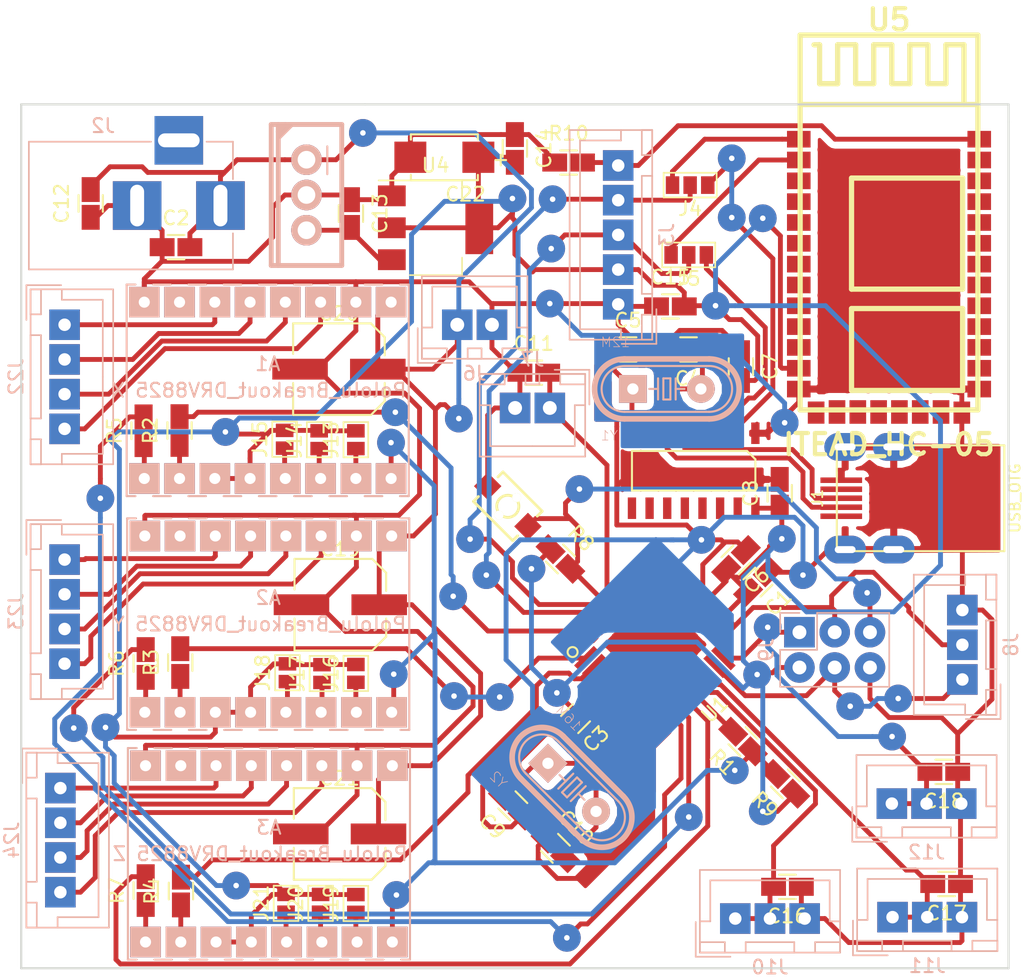
<source format=kicad_pcb>
(kicad_pcb (version 20171130) (host pcbnew "(2017-12-14 revision 75b21d0)-master")
  (layers (0 F.Cu signal) (31 B.Cu signal) (34 B.Paste user) (35 F.Paste user) (36 B.SilkS user) (37 F.SilkS user) (38 B.Mask user) (39 F.Mask user) (44 Edge.Cuts user))
  (net 0 "")
  (net 1 "Net-(R3-Pad2)")
  (net 2 "Net-(R4-Pad2)")
  (net 3 "Net-(U1-Pad3)")
  (net 4 +3V3)
  (net 5 GND)
  (net 6 "Net-(U1-Pad6)")
  (net 7 "Net-(C9-Pad2)")
  (net 8 "Net-(C10-Pad2)")
  (net 9 "Net-(R5-Pad2)")
  (net 10 "Net-(R6-Pad2)")
  (net 11 "Net-(R7-Pad2)")
  (net 12 "Net-(R1-Pad2)")
  (net 13 XEND)
  (net 14 YEND)
  (net 15 MOSI)
  (net 16 MISO)
  (net 17 SCK)
  (net 18 "Net-(U1-Pad19)")
  (net 19 "Net-(U1-Pad22)")
  (net 20 "Net-(U1-Pad23)")
  (net 21 "Net-(U1-Pad24)")
  (net 22 "Net-(U1-Pad25)")
  (net 23 "Net-(U1-Pad26)")
  (net 24 "Net-(U1-Pad27)")
  (net 25 PROBE)
  (net 26 RST)
  (net 27 RX)
  (net 28 TX)
  (net 29 "Net-(R2-Pad2)")
  (net 30 "Net-(U5-Pad11)")
  (net 31 "Net-(U5-Pad10)")
  (net 32 "Net-(U5-Pad9)")
  (net 33 "Net-(U5-Pad8)")
  (net 34 "Net-(U5-Pad7)")
  (net 35 "Net-(U5-Pad6)")
  (net 36 "Net-(U5-Pad5)")
  (net 37 "Net-(U5-Pad4)")
  (net 38 "Net-(U5-Pad3)")
  (net 39 BT_IN)
  (net 40 BT_OUT)
  (net 41 "Net-(U5-Pad15)")
  (net 42 "Net-(U5-Pad16)")
  (net 43 "Net-(U5-Pad17)")
  (net 44 "Net-(U5-Pad18)")
  (net 45 "Net-(U5-Pad19)")
  (net 46 "Net-(U5-Pad20)")
  (net 47 "Net-(U5-Pad23)")
  (net 48 "Net-(U5-Pad24)")
  (net 49 "Net-(U5-Pad25)")
  (net 50 "Net-(U5-Pad26)")
  (net 51 "Net-(U5-Pad27)")
  (net 52 "Net-(U5-Pad28)")
  (net 53 "Net-(U5-Pad29)")
  (net 54 "Net-(U5-Pad30)")
  (net 55 "Net-(U5-Pad31)")
  (net 56 "Net-(U5-Pad32)")
  (net 57 "Net-(U5-Pad33)")
  (net 58 BT_KEY)
  (net 59 +24V)
  (net 60 "Net-(C4-Pad1)")
  (net 61 "Net-(C5-Pad1)")
  (net 62 "Net-(C13-Pad2)")
  (net 63 "Net-(J1-Pad4)")
  (net 64 "Net-(J1-Pad3)")
  (net 65 "Net-(J1-Pad2)")
  (net 66 "Net-(J1-Pad1)")
  (net 67 "Net-(A3-Pad6)")
  (net 68 "Net-(A3-Pad5)")
  (net 69 "Net-(A3-Pad4)")
  (net 70 "Net-(A3-Pad3)")
  (net 71 "Net-(A2-Pad3)")
  (net 72 "Net-(A2-Pad4)")
  (net 73 "Net-(A2-Pad5)")
  (net 74 "Net-(A2-Pad6)")
  (net 75 "Net-(A1-Pad6)")
  (net 76 "Net-(A1-Pad5)")
  (net 77 "Net-(A1-Pad4)")
  (net 78 "Net-(A1-Pad3)")
  (net 79 ZSTEP)
  (net 80 YSTEP)
  (net 81 XSTEP)
  (net 82 ~ENABLE_STEPPER)
  (net 83 XDIR)
  (net 84 ZDIR)
  (net 85 YDIR)
  (net 86 USB_OUT)
  (net 87 USB_IN)
  (net 88 "Net-(U2-Pad9)")
  (net 89 "Net-(U2-Pad10)")
  (net 90 "Net-(U2-Pad11)")
  (net 91 "Net-(U2-Pad12)")
  (net 92 "Net-(U2-Pad13)")
  (net 93 "Net-(U2-Pad14)")
  (net 94 "Net-(U2-Pad15)")
  (net 95 "Net-(A3-Pad12)")
  (net 96 "Net-(A3-Pad11)")
  (net 97 "Net-(A3-Pad10)")
  (net 98 "Net-(A2-Pad12)")
  (net 99 "Net-(A2-Pad11)")
  (net 100 "Net-(A2-Pad10)")
  (net 101 "Net-(A1-Pad12)")
  (net 102 "Net-(A1-Pad11)")
  (net 103 "Net-(A1-Pad10)")
  (net 104 "Net-(J2-Pad3)")
  (net 105 "Net-(A3-Pad2)")
  (net 106 "Net-(A2-Pad2)")
  (net 107 "Net-(A1-Pad2)")
  (module celeritous/KiCad.pretty:CAPACITOR_TANTALUM_C (layer F.Cu) (at 164.465 76.835 180)
    (fp_text reference C22 (at -1.524 -2.667 180) (layer F.SilkS))
    (fp_text value 220u hide)
    (fp_text user + (at -4.064 -0.127 180) (layer F.SilkS))
    (pad 1 smd rect (at -2.45 0 180) (size 2.3 2.25) (layers F.Cu F.Paste F.Mask) (net 4 +3V3))
    (pad 2 smd rect (at 2.45 0 180) (size 2.3 2.25) (layers F.Cu F.Paste F.Mask) (net 5 GND))
  )
  (module adamgreig/agg-kicad/agg.pretty:SOIC-16 (layer F.Cu) (at 182.4228 99.4156 270)
    (fp_text reference U2)
    (fp_text value CH340G)
    (pad 1 smd rect (at -2.7 -4.445 270) (size 1.55 0.6) (layers F.Cu F.Paste F.Mask) (net 5 GND))
    (pad 2 smd rect (at -2.7 -3.175 270) (size 1.55 0.6) (layers F.Cu F.Paste F.Mask) (net 86 USB_OUT))
    (pad 3 smd rect (at -2.7 -1.905 270) (size 1.55 0.6) (layers F.Cu F.Paste F.Mask) (net 87 USB_IN))
    (pad 4 smd rect (at -2.7 -0.635 270) (size 1.55 0.6) (layers F.Cu F.Paste F.Mask) (net 4 +3V3))
    (pad 5 smd rect (at -2.7 0.635 270) (size 1.55 0.6) (layers F.Cu F.Paste F.Mask) (net 64 "Net-(J1-Pad3)"))
    (pad 6 smd rect (at -2.7 1.905 270) (size 1.55 0.6) (layers F.Cu F.Paste F.Mask) (net 65 "Net-(J1-Pad2)"))
    (pad 7 smd rect (at -2.7 3.175 270) (size 1.55 0.6) (layers F.Cu F.Paste F.Mask) (net 60 "Net-(C4-Pad1)"))
    (pad 8 smd rect (at -2.7 4.445 270) (size 1.55 0.6) (layers F.Cu F.Paste F.Mask) (net 61 "Net-(C5-Pad1)"))
    (pad 9 smd rect (at 2.7 4.445 270) (size 1.55 0.6) (layers F.Cu F.Paste F.Mask) (net 88 "Net-(U2-Pad9)"))
    (pad 10 smd rect (at 2.7 3.175 270) (size 1.55 0.6) (layers F.Cu F.Paste F.Mask) (net 89 "Net-(U2-Pad10)"))
    (pad 11 smd rect (at 2.7 1.905 270) (size 1.55 0.6) (layers F.Cu F.Paste F.Mask) (net 90 "Net-(U2-Pad11)"))
    (pad 12 smd rect (at 2.7 0.635 270) (size 1.55 0.6) (layers F.Cu F.Paste F.Mask) (net 91 "Net-(U2-Pad12)"))
    (pad 13 smd rect (at 2.7 -0.635 270) (size 1.55 0.6) (layers F.Cu F.Paste F.Mask) (net 92 "Net-(U2-Pad13)"))
    (pad 14 smd rect (at 2.7 -1.905 270) (size 1.55 0.6) (layers F.Cu F.Paste F.Mask) (net 93 "Net-(U2-Pad14)"))
    (pad 15 smd rect (at 2.7 -3.175 270) (size 1.55 0.6) (layers F.Cu F.Paste F.Mask) (net 94 "Net-(U2-Pad15)"))
    (pad 16 smd rect (at 2.7 -4.445 270) (size 1.55 0.6) (layers F.Cu F.Paste F.Mask) (net 4 +3V3))
  )
  (module cpavlina/kicad-pcblib/pth-semi.pretty:TO-220 (layer B.Cu) (at 154.5336 79.5528 270)
    (fp_text reference U3 (at 0 0 270) (layer B.SilkS) (effects (font (size 0.8 0.8)) (justify mirror)))
    (fp_text value L7805)
    (pad 2 thru_hole circle (at 0 0 270) (size 2.2 2.2) (drill 1.27) (layers *.Cu *.Mask B.SilkS) (net 5 GND))
    (pad 1 thru_hole circle (at -2.54 0 270) (size 2.2 2.2) (drill 1.27) (layers *.Cu *.Mask B.SilkS) (net 59 +24V))
    (pad 3 thru_hole circle (at 2.54 0 270) (size 2.2 2.2) (drill 1.27) (layers *.Cu *.Mask B.SilkS) (net 62 "Net-(C13-Pad2)"))
  )
  (module coddingtonbear:Pololu_Stepper_Breakout (layer B.Cu) (at 151.8285 127.0127 270)
    (fp_text reference A3 (at -1.905 0 180) (layer B.SilkS) (effects (justify mirror)))
    (fp_text value "Pololu_Breakout_DRV8825 Z" (at 0 0.635 180) (layer B.SilkS) (effects (justify mirror)))
    (pad 1 thru_hole rect (at -6.35 8.89 270) (size 2.2 2.2) (drill 0.8) (layers *.Cu *.Mask B.SilkS) (net 5 GND))
    (pad 2 thru_hole rect (at -6.35 6.35 270) (size 2.2 2.2) (drill 0.8) (layers *.Cu *.Mask B.SilkS) (net 105 "Net-(A3-Pad2)"))
    (pad 3 thru_hole rect (at -6.35 3.81 270) (size 2.2 2.2) (drill 0.8) (layers *.Cu *.Mask B.SilkS) (net 70 "Net-(A3-Pad3)"))
    (pad 4 thru_hole rect (at -6.35 1.27 270) (size 2.2 2.2) (drill 0.8) (layers *.Cu *.Mask B.SilkS) (net 69 "Net-(A3-Pad4)"))
    (pad 5 thru_hole rect (at -6.35 -1.27 270) (size 2.2 2.2) (drill 0.8) (layers *.Cu *.Mask B.SilkS) (net 68 "Net-(A3-Pad5)"))
    (pad 6 thru_hole rect (at -6.35 -3.81 270) (size 2.2 2.2) (drill 0.8) (layers *.Cu *.Mask B.SilkS) (net 67 "Net-(A3-Pad6)"))
    (pad 7 thru_hole rect (at -6.35 -6.35 270) (size 2.2 2.2) (drill 0.8) (layers *.Cu *.Mask B.SilkS) (net 5 GND))
    (pad 8 thru_hole rect (at -6.35 -8.89 270) (size 2.2 2.2) (drill 0.8) (layers *.Cu *.Mask B.SilkS) (net 59 +24V))
    (pad 9 thru_hole rect (at 6.35 -8.89 270) (size 2.2 2.2) (drill 0.8) (layers *.Cu *.Mask B.SilkS) (net 82 ~ENABLE_STEPPER))
    (pad 10 thru_hole rect (at 6.35 -6.35 270) (size 2.2 2.2) (drill 0.8) (layers *.Cu *.Mask B.SilkS) (net 97 "Net-(A3-Pad10)"))
    (pad 11 thru_hole rect (at 6.35 -3.81 270) (size 2.2 2.2) (drill 0.8) (layers *.Cu *.Mask B.SilkS) (net 96 "Net-(A3-Pad11)"))
    (pad 12 thru_hole rect (at 6.35 -1.27 270) (size 2.2 2.2) (drill 0.8) (layers *.Cu *.Mask B.SilkS) (net 95 "Net-(A3-Pad12)"))
    (pad 13 thru_hole rect (at 6.35 1.27 270) (size 2.2 2.2) (drill 0.8) (layers *.Cu *.Mask B.SilkS) (net 4 +3V3))
    (pad 14 thru_hole rect (at 6.35 3.81 270) (size 2.2 2.2) (drill 0.8) (layers *.Cu *.Mask B.SilkS) (net 4 +3V3))
    (pad 15 thru_hole rect (at 6.35 6.35 270) (size 2.2 2.2) (drill 0.8) (layers *.Cu *.Mask B.SilkS) (net 79 ZSTEP))
    (pad 16 thru_hole rect (at 6.35 8.89 270) (size 2.2 2.2) (drill 0.8) (layers *.Cu *.Mask B.SilkS) (net 84 ZDIR))
  )
  (module coddingtonbear:Pololu_Stepper_Breakout (layer B.Cu) (at 151.7777 110.4646 270)
    (fp_text reference A2 (at -1.905 0 180) (layer B.SilkS) (effects (justify mirror)))
    (fp_text value "Pololu_Breakout_DRV8825 Y" (at 0 0.635 180) (layer B.SilkS) (effects (justify mirror)))
    (pad 16 thru_hole rect (at 6.35 8.89 270) (size 2.2 2.2) (drill 0.8) (layers *.Cu *.Mask B.SilkS) (net 85 YDIR))
    (pad 15 thru_hole rect (at 6.35 6.35 270) (size 2.2 2.2) (drill 0.8) (layers *.Cu *.Mask B.SilkS) (net 80 YSTEP))
    (pad 14 thru_hole rect (at 6.35 3.81 270) (size 2.2 2.2) (drill 0.8) (layers *.Cu *.Mask B.SilkS) (net 4 +3V3))
    (pad 13 thru_hole rect (at 6.35 1.27 270) (size 2.2 2.2) (drill 0.8) (layers *.Cu *.Mask B.SilkS) (net 4 +3V3))
    (pad 12 thru_hole rect (at 6.35 -1.27 270) (size 2.2 2.2) (drill 0.8) (layers *.Cu *.Mask B.SilkS) (net 98 "Net-(A2-Pad12)"))
    (pad 11 thru_hole rect (at 6.35 -3.81 270) (size 2.2 2.2) (drill 0.8) (layers *.Cu *.Mask B.SilkS) (net 99 "Net-(A2-Pad11)"))
    (pad 10 thru_hole rect (at 6.35 -6.35 270) (size 2.2 2.2) (drill 0.8) (layers *.Cu *.Mask B.SilkS) (net 100 "Net-(A2-Pad10)"))
    (pad 9 thru_hole rect (at 6.35 -8.89 270) (size 2.2 2.2) (drill 0.8) (layers *.Cu *.Mask B.SilkS) (net 82 ~ENABLE_STEPPER))
    (pad 8 thru_hole rect (at -6.35 -8.89 270) (size 2.2 2.2) (drill 0.8) (layers *.Cu *.Mask B.SilkS) (net 59 +24V))
    (pad 7 thru_hole rect (at -6.35 -6.35 270) (size 2.2 2.2) (drill 0.8) (layers *.Cu *.Mask B.SilkS) (net 5 GND))
    (pad 6 thru_hole rect (at -6.35 -3.81 270) (size 2.2 2.2) (drill 0.8) (layers *.Cu *.Mask B.SilkS) (net 74 "Net-(A2-Pad6)"))
    (pad 5 thru_hole rect (at -6.35 -1.27 270) (size 2.2 2.2) (drill 0.8) (layers *.Cu *.Mask B.SilkS) (net 73 "Net-(A2-Pad5)"))
    (pad 4 thru_hole rect (at -6.35 1.27 270) (size 2.2 2.2) (drill 0.8) (layers *.Cu *.Mask B.SilkS) (net 72 "Net-(A2-Pad4)"))
    (pad 3 thru_hole rect (at -6.35 3.81 270) (size 2.2 2.2) (drill 0.8) (layers *.Cu *.Mask B.SilkS) (net 71 "Net-(A2-Pad3)"))
    (pad 2 thru_hole rect (at -6.35 6.35 270) (size 2.2 2.2) (drill 0.8) (layers *.Cu *.Mask B.SilkS) (net 106 "Net-(A2-Pad2)"))
    (pad 1 thru_hole rect (at -6.35 8.89 270) (size 2.2 2.2) (drill 0.8) (layers *.Cu *.Mask B.SilkS) (net 5 GND))
  )
  (module coddingtonbear:Pololu_Stepper_Breakout (layer B.Cu) (at 151.7396 93.6244 270)
    (fp_text reference A1 (at -1.905 0 180) (layer B.SilkS) (effects (justify mirror)))
    (fp_text value "Pololu_Breakout_DRV8825 X" (at 0 0.635 180) (layer B.SilkS) (effects (justify mirror)))
    (pad 1 thru_hole rect (at -6.35 8.89 270) (size 2.2 2.2) (drill 0.8) (layers *.Cu *.Mask B.SilkS) (net 5 GND))
    (pad 2 thru_hole rect (at -6.35 6.35 270) (size 2.2 2.2) (drill 0.8) (layers *.Cu *.Mask B.SilkS) (net 107 "Net-(A1-Pad2)"))
    (pad 3 thru_hole rect (at -6.35 3.81 270) (size 2.2 2.2) (drill 0.8) (layers *.Cu *.Mask B.SilkS) (net 78 "Net-(A1-Pad3)"))
    (pad 4 thru_hole rect (at -6.35 1.27 270) (size 2.2 2.2) (drill 0.8) (layers *.Cu *.Mask B.SilkS) (net 77 "Net-(A1-Pad4)"))
    (pad 5 thru_hole rect (at -6.35 -1.27 270) (size 2.2 2.2) (drill 0.8) (layers *.Cu *.Mask B.SilkS) (net 76 "Net-(A1-Pad5)"))
    (pad 6 thru_hole rect (at -6.35 -3.81 270) (size 2.2 2.2) (drill 0.8) (layers *.Cu *.Mask B.SilkS) (net 75 "Net-(A1-Pad6)"))
    (pad 7 thru_hole rect (at -6.35 -6.35 270) (size 2.2 2.2) (drill 0.8) (layers *.Cu *.Mask B.SilkS) (net 5 GND))
    (pad 8 thru_hole rect (at -6.35 -8.89 270) (size 2.2 2.2) (drill 0.8) (layers *.Cu *.Mask B.SilkS) (net 59 +24V))
    (pad 9 thru_hole rect (at 6.35 -8.89 270) (size 2.2 2.2) (drill 0.8) (layers *.Cu *.Mask B.SilkS) (net 82 ~ENABLE_STEPPER))
    (pad 10 thru_hole rect (at 6.35 -6.35 270) (size 2.2 2.2) (drill 0.8) (layers *.Cu *.Mask B.SilkS) (net 103 "Net-(A1-Pad10)"))
    (pad 11 thru_hole rect (at 6.35 -3.81 270) (size 2.2 2.2) (drill 0.8) (layers *.Cu *.Mask B.SilkS) (net 102 "Net-(A1-Pad11)"))
    (pad 12 thru_hole rect (at 6.35 -1.27 270) (size 2.2 2.2) (drill 0.8) (layers *.Cu *.Mask B.SilkS) (net 101 "Net-(A1-Pad12)"))
    (pad 13 thru_hole rect (at 6.35 1.27 270) (size 2.2 2.2) (drill 0.8) (layers *.Cu *.Mask B.SilkS) (net 4 +3V3))
    (pad 14 thru_hole rect (at 6.35 3.81 270) (size 2.2 2.2) (drill 0.8) (layers *.Cu *.Mask B.SilkS) (net 4 +3V3))
    (pad 15 thru_hole rect (at 6.35 6.35 270) (size 2.2 2.2) (drill 0.8) (layers *.Cu *.Mask B.SilkS) (net 81 XSTEP))
    (pad 16 thru_hole rect (at 6.35 8.89 270) (size 2.2 2.2) (drill 0.8) (layers *.Cu *.Mask B.SilkS) (net 83 XDIR))
  )
  (module KiCad/Pin_Headers.pretty:Pin_Header_Straight_2x03_Pitch2.54mm (layer B.Cu) (at 190.0428 111.0488 270)
    (fp_text reference J9 (at 1.27 2.39 270) (layer B.SilkS) (effects (justify mirror)))
    (fp_text value ICSP)
    (pad 1 thru_hole rect (at 0 0 270) (size 2.2 2.2) (drill 1) (layers *.Cu *.Mask) (net 16 MISO))
    (pad 2 thru_hole oval (at 2.54 0 270) (size 2.2 2.2) (drill 1) (layers *.Cu *.Mask) (net 4 +3V3))
    (pad 3 thru_hole oval (at 0 -2.54 270) (size 2.2 2.2) (drill 1) (layers *.Cu *.Mask) (net 17 SCK))
    (pad 4 thru_hole oval (at 2.54 -2.54 270) (size 2.2 2.2) (drill 1) (layers *.Cu *.Mask) (net 15 MOSI))
    (pad 5 thru_hole oval (at 0 -5.08 270) (size 2.2 2.2) (drill 1) (layers *.Cu *.Mask) (net 26 RST))
    (pad 6 thru_hole oval (at 2.54 -5.08 270) (size 2.2 2.2) (drill 1) (layers *.Cu *.Mask) (net 5 GND))
  )
  (module monostable/CommonPartsLibrary.pretty:XTAL_HC-49US-16.000MHZ (layer B.Cu) (at 180.4924 93.5228)
    (fp_text reference Y1 (at -4.147 3.3615) (layer B.SilkS) (effects (font (size 0.7 0.7) (thickness 0.05)) (justify mirror)))
    (fp_text value 12M (at -3.7025 -3.3615) (layer B.SilkS) (effects (font (size 0.7 0.7) (thickness 0.05)) (justify mirror)))
    (pad 2 thru_hole circle (at 2.45 0) (size 2 2) (drill 0.8128) (layers *.Cu *.Mask B.SilkS) (net 60 "Net-(C4-Pad1)"))
    (pad 1 thru_hole rect (at -2.45 0) (size 2 2) (drill 0.8128) (layers *.Cu *.Mask B.SilkS) (net 61 "Net-(C5-Pad1)"))
  )
  (module monostable/CommonPartsLibrary.pretty:XTAL_HC-49US-16.000MHZ (layer B.Cu) (at 173.6598 122.2248 315)
    (fp_text reference Y2 (at -4.147 3.3615 315) (layer B.SilkS) (effects (font (size 0.7 0.7) (thickness 0.05)) (justify mirror)))
    (fp_text value 16M (at -3.702499 -3.3615 315) (layer B.SilkS) (effects (font (size 0.7 0.7) (thickness 0.05)) (justify mirror)))
    (pad 1 thru_hole rect (at -2.450001 0 315) (size 2 2) (drill 0.8128) (layers *.Cu *.Mask B.SilkS) (net 7 "Net-(C9-Pad2)"))
    (pad 2 thru_hole circle (at 2.450001 0 315) (size 2 2) (drill 0.8128) (layers *.Cu *.Mask B.SilkS) (net 8 "Net-(C10-Pad2)"))
  )
  (module KiCad/Connect.pretty:BARREL_JACK (layer B.Cu) (at 148.336 80.3148)
    (fp_text reference J2 (at -8.45 -5.75 -180) (layer B.SilkS) (effects (justify mirror)))
    (fp_text value Barrel_Jack)
    (pad 1 thru_hole rect (at 0 0) (size 3.5 3.5) (drill oval 1 3) (layers *.Cu *.Mask) (net 59 +24V))
    (pad 2 thru_hole rect (at -6 0) (size 3.5 3.5) (drill oval 1 3) (layers *.Cu *.Mask) (net 5 GND))
    (pad 3 thru_hole rect (at -3 -4.7) (size 3.5 3.5) (drill oval 3 1) (layers *.Cu *.Mask) (net 104 "Net-(J2-Pad3)"))
  )
  (module KiCad/Connect.pretty:GS2 (layer F.Cu) (at 158.0896 97.1804 180)
    (fp_text reference J13 (at 1.78 0 270) (layer F.SilkS))
    (fp_text value GS2)
    (pad 1 smd rect (at 0 -0.64 180) (size 1.27 0.97) (layers F.Cu F.Paste F.Mask) (net 103 "Net-(A1-Pad10)"))
    (pad 2 smd rect (at 0 0.64 180) (size 1.27 0.97) (layers F.Cu F.Paste F.Mask) (net 4 +3V3))
  )
  (module KiCad/Connect.pretty:GS2 (layer F.Cu) (at 155.448 97.1804 180)
    (fp_text reference J14 (at 1.78 0 270) (layer F.SilkS))
    (fp_text value GS2)
    (pad 2 smd rect (at 0 0.64 180) (size 1.27 0.97) (layers F.Cu F.Paste F.Mask) (net 4 +3V3))
    (pad 1 smd rect (at 0 -0.64 180) (size 1.27 0.97) (layers F.Cu F.Paste F.Mask) (net 102 "Net-(A1-Pad11)"))
  )
  (module KiCad/Connect.pretty:GS2 (layer F.Cu) (at 152.9588 97.15 180)
    (fp_text reference J15 (at 1.78 0 270) (layer F.SilkS))
    (fp_text value GS2)
    (pad 1 smd rect (at 0 -0.64 180) (size 1.27 0.97) (layers F.Cu F.Paste F.Mask) (net 101 "Net-(A1-Pad12)"))
    (pad 2 smd rect (at 0 0.64 180) (size 1.27 0.97) (layers F.Cu F.Paste F.Mask) (net 4 +3V3))
  )
  (module KiCad/Connect.pretty:GS2 (layer F.Cu) (at 158.0896 114.0156 180)
    (fp_text reference J16 (at 1.78 0 270) (layer F.SilkS))
    (fp_text value GS2)
    (pad 2 smd rect (at 0 0.64 180) (size 1.27 0.97) (layers F.Cu F.Paste F.Mask) (net 4 +3V3))
    (pad 1 smd rect (at 0 -0.64 180) (size 1.27 0.97) (layers F.Cu F.Paste F.Mask) (net 100 "Net-(A2-Pad10)"))
  )
  (module KiCad/Connect.pretty:GS2 (layer F.Cu) (at 155.6512 114.0256 180)
    (fp_text reference J17 (at 1.78 0 270) (layer F.SilkS))
    (fp_text value GS2)
    (pad 1 smd rect (at 0 -0.64 180) (size 1.27 0.97) (layers F.Cu F.Paste F.Mask) (net 99 "Net-(A2-Pad11)"))
    (pad 2 smd rect (at 0 0.64 180) (size 1.27 0.97) (layers F.Cu F.Paste F.Mask) (net 4 +3V3))
  )
  (module KiCad/Connect.pretty:GS2 (layer F.Cu) (at 153.162 113.9648 180)
    (fp_text reference J18 (at 1.78 0 270) (layer F.SilkS))
    (fp_text value GS2)
    (pad 2 smd rect (at 0 0.64 180) (size 1.27 0.97) (layers F.Cu F.Paste F.Mask) (net 4 +3V3))
    (pad 1 smd rect (at 0 -0.64 180) (size 1.27 0.97) (layers F.Cu F.Paste F.Mask) (net 98 "Net-(A2-Pad12)"))
  )
  (module KiCad/Connect.pretty:GS2 (layer F.Cu) (at 158.0896 130.5864 180)
    (fp_text reference J19 (at 1.78 0 270) (layer F.SilkS))
    (fp_text value GS2)
    (pad 1 smd rect (at 0 -0.64 180) (size 1.27 0.97) (layers F.Cu F.Paste F.Mask) (net 97 "Net-(A3-Pad10)"))
    (pad 2 smd rect (at 0 0.64 180) (size 1.27 0.97) (layers F.Cu F.Paste F.Mask) (net 4 +3V3))
  )
  (module KiCad/Connect.pretty:GS2 (layer F.Cu) (at 155.5496 130.5764 180)
    (fp_text reference J20 (at 1.78 0 270) (layer F.SilkS))
    (fp_text value GS2)
    (pad 2 smd rect (at 0 0.64 180) (size 1.27 0.97) (layers F.Cu F.Paste F.Mask) (net 4 +3V3))
    (pad 1 smd rect (at 0 -0.64 180) (size 1.27 0.97) (layers F.Cu F.Paste F.Mask) (net 96 "Net-(A3-Pad11)"))
  )
  (module KiCad/Connect.pretty:GS2 (layer F.Cu) (at 153.0604 130.5764 180)
    (fp_text reference J21 (at 1.78 0 270) (layer F.SilkS))
    (fp_text value GS2)
    (pad 1 smd rect (at 0 -0.64 180) (size 1.27 0.97) (layers F.Cu F.Paste F.Mask) (net 95 "Net-(A3-Pad12)"))
    (pad 2 smd rect (at 0 0.64 180) (size 1.27 0.97) (layers F.Cu F.Paste F.Mask) (net 4 +3V3))
  )
  (module KiCad/Connect.pretty:GS3 (layer F.Cu) (at 182.1688 78.8416 90)
    (fp_text reference J4 (at -1.7 0 180) (layer F.SilkS))
    (fp_text value RX)
    (pad 3 smd rect (at 0 1.27 90) (size 1.27 0.97) (layers F.Cu F.Paste F.Mask) (net 86 USB_OUT))
    (pad 2 smd rect (at 0 0 90) (size 1.27 0.97) (layers F.Cu F.Paste F.Mask) (net 27 RX))
    (pad 1 smd rect (at 0 -1.27 90) (size 1.27 0.97) (layers F.Cu F.Paste F.Mask) (net 40 BT_OUT))
  )
  (module KiCad/Connect.pretty:GS3 (layer F.Cu) (at 182.0672 83.8708 90)
    (fp_text reference J5 (at -1.7 0 180) (layer F.SilkS))
    (fp_text value TX)
    (pad 1 smd rect (at 0 -1.27 90) (size 1.27 0.97) (layers F.Cu F.Paste F.Mask) (net 39 BT_IN))
    (pad 2 smd rect (at 0 0 90) (size 1.27 0.97) (layers F.Cu F.Paste F.Mask) (net 28 TX))
    (pad 3 smd rect (at 0 1.27 90) (size 1.27 0.97) (layers F.Cu F.Paste F.Mask) (net 87 USB_IN))
  )
  (module KiCad/TO_SOT_Packages_SMD.pretty:SOT-223-3Lead_TabPin2 (layer F.Cu) (at 163.83 81.915)
    (fp_text reference U4 (at 0 -4.5) (layer F.SilkS))
    (fp_text value AP1117-15)
    (pad 2 smd rect (at 3.15 0) (size 2 3.8) (layers F.Cu F.Paste F.Mask) (net 4 +3V3))
    (pad 2 smd rect (at -3.15 0) (size 2 1.5) (layers F.Cu F.Paste F.Mask) (net 4 +3V3))
    (pad 3 smd rect (at -3.15 2.3) (size 2 1.5) (layers F.Cu F.Paste F.Mask) (net 62 "Net-(C13-Pad2)"))
    (pad 1 smd rect (at -3.15 -2.3) (size 2 1.5) (layers F.Cu F.Paste F.Mask) (net 5 GND))
  )
  (module coddingtonbear:0805_Milling (layer F.Cu) (at 182.0512 90.678 180)
    (fp_text reference C4 (at 0 -2.1 180) (layer F.SilkS))
    (fp_text value 22p)
    (pad 1 smd rect (at -1 0 180) (size 1.79 1.3) (layers F.Cu F.Paste F.Mask) (net 60 "Net-(C4-Pad1)"))
    (pad 2 smd rect (at 1 0 180) (size 1.79 1.3) (layers F.Cu F.Paste F.Mask) (net 5 GND))
  )
  (module coddingtonbear:0805_Milling (layer F.Cu) (at 177.6984 90.678)
    (fp_text reference C5 (at 0 -2.1) (layer F.SilkS))
    (fp_text value 22p)
    (pad 2 smd rect (at 1 0) (size 1.79 1.3) (layers F.Cu F.Paste F.Mask) (net 5 GND))
    (pad 1 smd rect (at -1 0) (size 1.79 1.3) (layers F.Cu F.Paste F.Mask) (net 61 "Net-(C5-Pad1)"))
  )
  (module coddingtonbear:0805_Milling (layer F.Cu) (at 185.4708 105.8418 225)
    (fp_text reference C6 (at 0 -2.1 225) (layer F.SilkS))
    (fp_text value 0.1u)
    (pad 1 smd rect (at -1 0 225) (size 1.79 1.3) (layers F.Cu F.Paste F.Mask) (net 5 GND))
    (pad 2 smd rect (at 1 0 225) (size 1.79 1.3) (layers F.Cu F.Paste F.Mask) (net 4 +3V3))
  )
  (module coddingtonbear:0805_Milling (layer F.Cu) (at 142.9512 113.3 90)
    (fp_text reference R6 (at 0 -2.1 90) (layer F.SilkS))
    (fp_text value 100)
    (pad 2 smd rect (at 1 0 90) (size 1.79 1.3) (layers F.Cu F.Paste F.Mask) (net 10 "Net-(R6-Pad2)"))
    (pad 1 smd rect (at -1 0 90) (size 1.79 1.3) (layers F.Cu F.Paste F.Mask) (net 85 YDIR))
  )
  (module coddingtonbear:0805_Milling (layer F.Cu) (at 142.9512 129.6576 90)
    (fp_text reference R7 (at 0 -2.1 90) (layer F.SilkS))
    (fp_text value 100)
    (pad 1 smd rect (at -1 0 90) (size 1.79 1.3) (layers F.Cu F.Paste F.Mask) (net 84 ZDIR))
    (pad 2 smd rect (at 1 0 90) (size 1.79 1.3) (layers F.Cu F.Paste F.Mask) (net 11 "Net-(R7-Pad2)"))
  )
  (module coddingtonbear:0805_Milling (layer F.Cu) (at 172.825693 105.769693 315)
    (fp_text reference R8 (at 0 -2.1 315) (layer F.SilkS))
    (fp_text value 10k)
    (pad 2 smd rect (at 1 0 315) (size 1.79 1.3) (layers F.Cu F.Paste F.Mask) (net 26 RST))
    (pad 1 smd rect (at -1 0 315) (size 1.79 1.3) (layers F.Cu F.Paste F.Mask) (net 4 +3V3))
  )
  (module coddingtonbear:0805_Milling (layer F.Cu) (at 189.0268 121.9708 135)
    (fp_text reference R9 (at 0 -2.1 135) (layer F.SilkS))
    (fp_text value 10k)
    (pad 1 smd rect (at -1 0 135) (size 1.79 1.3) (layers F.Cu F.Paste F.Mask) (net 4 +3V3))
    (pad 2 smd rect (at 1 0 135) (size 1.79 1.3) (layers F.Cu F.Paste F.Mask) (net 82 ~ENABLE_STEPPER))
  )
  (module coddingtonbear:0805_Milling (layer F.Cu) (at 173.4152 77.216)
    (fp_text reference R10 (at 0 -2.1) (layer F.SilkS))
    (fp_text value 10k)
    (pad 2 smd rect (at 1 0) (size 1.79 1.3) (layers F.Cu F.Paste F.Mask) (net 58 BT_KEY))
    (pad 1 smd rect (at -1 0) (size 1.79 1.3) (layers F.Cu F.Paste F.Mask) (net 5 GND))
  )
  (module coddingtonbear:0805_Milling (layer F.Cu) (at 173.9138 117.2718 225)
    (fp_text reference C3 (at 0 -2.1 225) (layer F.SilkS))
    (fp_text value 0.1u)
    (pad 1 smd rect (at -1 0 225) (size 1.79 1.3) (layers F.Cu F.Paste F.Mask) (net 4 +3V3))
    (pad 2 smd rect (at 1 0 225) (size 1.79 1.3) (layers F.Cu F.Paste F.Mask) (net 5 GND))
  )
  (module coddingtonbear:0805_Milling (layer F.Cu) (at 145.1356 83.312)
    (fp_text reference C2 (at 0 -2.1) (layer F.SilkS))
    (fp_text value 0.1u)
    (pad 2 smd rect (at 1 0) (size 1.79 1.3) (layers F.Cu F.Paste F.Mask) (net 59 +24V))
    (pad 1 smd rect (at -1 0) (size 1.79 1.3) (layers F.Cu F.Paste F.Mask) (net 5 GND))
  )
  (module coddingtonbear:0805_Milling (layer F.Cu) (at 142.7988 96.536 90)
    (fp_text reference R5 (at 0 -2.1 90) (layer F.SilkS))
    (fp_text value 100)
    (pad 1 smd rect (at -1 0 90) (size 1.79 1.3) (layers F.Cu F.Paste F.Mask) (net 83 XDIR))
    (pad 2 smd rect (at 1 0 90) (size 1.79 1.3) (layers F.Cu F.Paste F.Mask) (net 9 "Net-(R5-Pad2)"))
  )
  (module coddingtonbear:0805_Milling (layer F.Cu) (at 187.049693 107.437907 225)
    (fp_text reference C1 (at 0 -2.1 225) (layer F.SilkS))
    (fp_text value 0.1u)
    (pad 2 smd rect (at 1 0 225) (size 1.79 1.3) (layers F.Cu F.Paste F.Mask) (net 4 +3V3))
    (pad 1 smd rect (at -1 0 225) (size 1.79 1.3) (layers F.Cu F.Paste F.Mask) (net 5 GND))
  )
  (module coddingtonbear:0805_Milling (layer F.Cu) (at 169.545 76.2 270)
    (fp_text reference C14 (at 0 -2.1 270) (layer F.SilkS))
    (fp_text value 0.1u)
    (pad 1 smd rect (at -1 0 270) (size 1.79 1.3) (layers F.Cu F.Paste F.Mask) (net 5 GND))
    (pad 2 smd rect (at 1 0 270) (size 1.79 1.3) (layers F.Cu F.Paste F.Mask) (net 4 +3V3))
  )
  (module coddingtonbear:0805_Milling (layer F.Cu) (at 157.734 80.8896 270)
    (fp_text reference C13 (at 0 -2.1 270) (layer F.SilkS))
    (fp_text value 0.33u)
    (pad 2 smd rect (at 1 0 270) (size 1.79 1.3) (layers F.Cu F.Paste F.Mask) (net 62 "Net-(C13-Pad2)"))
    (pad 1 smd rect (at -1 0 270) (size 1.79 1.3) (layers F.Cu F.Paste F.Mask) (net 5 GND))
  )
  (module coddingtonbear:0805_Milling (layer F.Cu) (at 138.9888 80.1624 90)
    (fp_text reference C12 (at 0 -2.1 90) (layer F.SilkS))
    (fp_text value 0.33u)
    (pad 1 smd rect (at -1 0 90) (size 1.79 1.3) (layers F.Cu F.Paste F.Mask) (net 5 GND))
    (pad 2 smd rect (at 1 0 90) (size 1.79 1.3) (layers F.Cu F.Paste F.Mask) (net 59 +24V))
  )
  (module coddingtonbear:0805_Milling (layer F.Cu) (at 185.9788 118.9228 135)
    (fp_text reference R1 (at 0 -2.1 135) (layer F.SilkS))
    (fp_text value 100)
    (pad 2 smd rect (at 1 0 135) (size 1.79 1.3) (layers F.Cu F.Paste F.Mask) (net 12 "Net-(R1-Pad2)"))
    (pad 1 smd rect (at -1 0 135) (size 1.79 1.3) (layers F.Cu F.Paste F.Mask) (net 82 ~ENABLE_STEPPER))
  )
  (module coddingtonbear:0805_Milling (layer F.Cu) (at 180.7464 87.5792)
    (fp_text reference C15 (at 0 -2.1) (layer F.SilkS))
    (fp_text value 0.1u)
    (pad 1 smd rect (at -1 0) (size 1.79 1.3) (layers F.Cu F.Paste F.Mask) (net 5 GND))
    (pad 2 smd rect (at 1 0) (size 1.79 1.3) (layers F.Cu F.Paste F.Mask) (net 4 +3V3))
  )
  (module coddingtonbear:0805_Milling (layer F.Cu) (at 189.1792 129.3876 180)
    (fp_text reference C16 (at 0 -2.1 180) (layer F.SilkS))
    (fp_text value 0.1u)
    (pad 2 smd rect (at 1 0 180) (size 1.79 1.3) (layers F.Cu F.Paste F.Mask) (net 13 XEND))
    (pad 1 smd rect (at -1 0 180) (size 1.79 1.3) (layers F.Cu F.Paste F.Mask) (net 5 GND))
  )
  (module coddingtonbear:0805_Milling (layer F.Cu) (at 200.644 129.1844 180)
    (fp_text reference C17 (at 0 -2.1 180) (layer F.SilkS))
    (fp_text value 0.1u)
    (pad 1 smd rect (at -1 0 180) (size 1.79 1.3) (layers F.Cu F.Paste F.Mask) (net 5 GND))
    (pad 2 smd rect (at 1 0 180) (size 1.79 1.3) (layers F.Cu F.Paste F.Mask) (net 14 YEND))
  )
  (module coddingtonbear:0805_Milling (layer F.Cu) (at 145.3896 96.52 90)
    (fp_text reference R2 (at 0 -2.1 90) (layer F.SilkS))
    (fp_text value 100)
    (pad 2 smd rect (at 1 0 90) (size 1.79 1.3) (layers F.Cu F.Paste F.Mask) (net 29 "Net-(R2-Pad2)"))
    (pad 1 smd rect (at -1 0 90) (size 1.79 1.3) (layers F.Cu F.Paste F.Mask) (net 81 XSTEP))
  )
  (module coddingtonbear:0805_Milling (layer F.Cu) (at 145.4404 113.2332 90)
    (fp_text reference R3 (at 0 -2.1 90) (layer F.SilkS))
    (fp_text value 100)
    (pad 1 smd rect (at -1 0 90) (size 1.79 1.3) (layers F.Cu F.Paste F.Mask) (net 80 YSTEP))
    (pad 2 smd rect (at 1 0 90) (size 1.79 1.3) (layers F.Cu F.Paste F.Mask) (net 1 "Net-(R3-Pad2)"))
  )
  (module coddingtonbear:0805_Milling (layer F.Cu) (at 185.8264 91.9132 270)
    (fp_text reference C7 (at 0 -2.1 270) (layer F.SilkS))
    (fp_text value 0.1u)
    (pad 2 smd rect (at 1 0 270) (size 1.79 1.3) (layers F.Cu F.Paste F.Mask) (net 4 +3V3))
    (pad 1 smd rect (at -1 0 270) (size 1.79 1.3) (layers F.Cu F.Paste F.Mask) (net 5 GND))
  )
  (module coddingtonbear:0805_Milling (layer F.Cu) (at 145.4912 129.6924 90)
    (fp_text reference R4 (at 0 -2.1 90) (layer F.SilkS))
    (fp_text value 100)
    (pad 1 smd rect (at -1 0 90) (size 1.79 1.3) (layers F.Cu F.Paste F.Mask) (net 79 ZSTEP))
    (pad 2 smd rect (at 1 0 90) (size 1.79 1.3) (layers F.Cu F.Paste F.Mask) (net 2 "Net-(R4-Pad2)"))
  )
  (module coddingtonbear:0805_Milling (layer F.Cu) (at 188.6204 101.0412 90)
    (fp_text reference C8 (at 0 -2.1 90) (layer F.SilkS))
    (fp_text value 0.1u)
    (pad 2 smd rect (at 1 0 90) (size 1.79 1.3) (layers F.Cu F.Paste F.Mask) (net 5 GND))
    (pad 1 smd rect (at -1 0 90) (size 1.79 1.3) (layers F.Cu F.Paste F.Mask) (net 4 +3V3))
  )
  (module coddingtonbear:0805_Milling (layer F.Cu) (at 169.396693 123.549693 135)
    (fp_text reference C9 (at 0 -2.1 135) (layer F.SilkS))
    (fp_text value 22p)
    (pad 1 smd rect (at -1 0 135) (size 1.79 1.3) (layers F.Cu F.Paste F.Mask) (net 5 GND))
    (pad 2 smd rect (at 1 0 135) (size 1.79 1.3) (layers F.Cu F.Paste F.Mask) (net 7 "Net-(C9-Pad2)"))
  )
  (module coddingtonbear:0805_Milling (layer F.Cu) (at 172.461907 126.614907 315)
    (fp_text reference C10 (at 0 -2.1 315) (layer F.SilkS))
    (fp_text value 22p)
    (pad 2 smd rect (at 1 0 315) (size 1.79 1.3) (layers F.Cu F.Paste F.Mask) (net 8 "Net-(C10-Pad2)"))
    (pad 1 smd rect (at -1 0 315) (size 1.79 1.3) (layers F.Cu F.Paste F.Mask) (net 5 GND))
  )
  (module coddingtonbear:0805_Milling (layer F.Cu) (at 170.9072 92.3544)
    (fp_text reference C11 (at 0 -2.1) (layer F.SilkS))
    (fp_text value 0.1u)
    (pad 1 smd rect (at -1 0) (size 1.79 1.3) (layers F.Cu F.Paste F.Mask) (net 5 GND))
    (pad 2 smd rect (at 1 0) (size 1.79 1.3) (layers F.Cu F.Paste F.Mask) (net 25 PROBE))
  )
  (module coddingtonbear:0805_Milling (layer F.Cu) (at 200.4408 121.1072 180)
    (fp_text reference C18 (at 0 -2.1 180) (layer F.SilkS))
    (fp_text value 0.1u)
    (pad 2 smd rect (at 1 0 180) (size 1.79 1.3) (layers F.Cu F.Paste F.Mask) (net 16 MISO))
    (pad 1 smd rect (at -1 0 180) (size 1.79 1.3) (layers F.Cu F.Paste F.Mask) (net 5 GND))
  )
  (module coddingtonbear:JST_XH_B02B-XH-A_02x2.50mm_Straight_LargePads (layer B.Cu) (at 165.394 88.9)
    (fp_text reference J6 (at 1.25 3.5) (layer B.SilkS) (effects (justify mirror)))
    (fp_text value 24V_Out)
    (pad 2 thru_hole rect (at 2.5 0) (size 2.2 2.2) (drill 1) (layers *.Cu *.Mask) (net 5 GND))
    (pad 1 thru_hole rect (at 0 0) (size 2.2 2.2) (drill 1) (layers *.Cu *.Mask) (net 59 +24V))
  )
  (module coddingtonbear:JST_XH_B02B-XH-A_02x2.50mm_Straight_LargePads (layer B.Cu) (at 172.0596 94.8944 180)
    (fp_text reference J7 (at 1.25 3.5 180) (layer B.SilkS) (effects (justify mirror)))
    (fp_text value Probe)
    (pad 1 thru_hole rect (at 0 0 180) (size 2.2 2.2) (drill 1) (layers *.Cu *.Mask) (net 25 PROBE))
    (pad 2 thru_hole rect (at 2.5 0 180) (size 2.2 2.2) (drill 1) (layers *.Cu *.Mask) (net 5 GND))
  )
  (module coddingtonbear:JST_XH_B03B-XH-A_03x2.50mm_Straight_LargePads (layer B.Cu) (at 201.7776 114.4524 90)
    (fp_text reference J8 (at 2.5 3.5 90) (layer B.SilkS) (effects (justify mirror)))
    (fp_text value Spindle)
    (pad 3 thru_hole rect (at 5 0 90) (size 2.2 2.2) (drill 0.9) (layers *.Cu *.Mask) (net 5 GND))
    (pad 2 thru_hole rect (at 2.5 0 90) (size 2.2 2.2) (drill 0.9) (layers *.Cu *.Mask) (net 17 SCK))
    (pad 1 thru_hole rect (at 0 0 90) (size 2.2 2.2) (drill 0.9) (layers *.Cu *.Mask) (net 15 MOSI))
  )
  (module coddingtonbear:JST_XH_B03B-XH-A_03x2.50mm_Straight_LargePads (layer B.Cu) (at 196.6976 123.3932)
    (fp_text reference J12 (at 2.5 3.5) (layer B.SilkS) (effects (justify mirror)))
    (fp_text value Z_End)
    (pad 1 thru_hole rect (at 0 0) (size 2.2 2.2) (drill 0.9) (layers *.Cu *.Mask) (net 16 MISO))
    (pad 2 thru_hole rect (at 2.5 0) (size 2.2 2.2) (drill 0.9) (layers *.Cu *.Mask) (net 16 MISO))
    (pad 3 thru_hole rect (at 5 0) (size 2.2 2.2) (drill 0.9) (layers *.Cu *.Mask) (net 5 GND))
  )
  (module coddingtonbear:JST_XH_B03B-XH-A_03x2.50mm_Straight_LargePads (layer B.Cu) (at 196.7484 131.572)
    (fp_text reference J11 (at 2.5 3.5) (layer B.SilkS) (effects (justify mirror)))
    (fp_text value Y_End)
    (pad 3 thru_hole rect (at 5 0) (size 2.2 2.2) (drill 0.9) (layers *.Cu *.Mask) (net 5 GND))
    (pad 2 thru_hole rect (at 2.5 0) (size 2.2 2.2) (drill 0.9) (layers *.Cu *.Mask) (net 14 YEND))
    (pad 1 thru_hole rect (at 0 0) (size 2.2 2.2) (drill 0.9) (layers *.Cu *.Mask) (net 14 YEND))
  )
  (module coddingtonbear:JST_XH_B03B-XH-A_03x2.50mm_Straight_LargePads (layer B.Cu) (at 185.42 131.6736)
    (fp_text reference J10 (at 2.5 3.5) (layer B.SilkS) (effects (justify mirror)))
    (fp_text value X_End)
    (pad 1 thru_hole rect (at 0 0) (size 2.2 2.2) (drill 0.9) (layers *.Cu *.Mask) (net 13 XEND))
    (pad 2 thru_hole rect (at 2.5 0) (size 2.2 2.2) (drill 0.9) (layers *.Cu *.Mask) (net 13 XEND))
    (pad 3 thru_hole rect (at 5 0) (size 2.2 2.2) (drill 0.9) (layers *.Cu *.Mask) (net 5 GND))
  )
  (module coddingtonbear:JST_XH_B04B-XH-A_04x2.50mm_Straight_LargePads (layer B.Cu) (at 137.1092 88.9 270)
    (fp_text reference J22 (at 3.75 3.5 270) (layer B.SilkS) (effects (justify mirror)))
    (fp_text value X_Stepper)
    (pad 4 thru_hole rect (at 7.5 0 270) (size 2.2 2.2) (drill 0.9) (layers *.Cu *.Mask) (net 75 "Net-(A1-Pad6)"))
    (pad 3 thru_hole rect (at 5 0 270) (size 2.2 2.2) (drill 0.9) (layers *.Cu *.Mask) (net 76 "Net-(A1-Pad5)"))
    (pad 2 thru_hole rect (at 2.5 0 270) (size 2.2 2.2) (drill 0.9) (layers *.Cu *.Mask) (net 77 "Net-(A1-Pad4)"))
    (pad 1 thru_hole rect (at 0 0 270) (size 2.2 2.2) (drill 0.9) (layers *.Cu *.Mask) (net 78 "Net-(A1-Pad3)"))
  )
  (module coddingtonbear:JST_XH_B04B-XH-A_04x2.50mm_Straight_LargePads (layer B.Cu) (at 137.1092 105.8164 270)
    (fp_text reference J23 (at 3.75 3.5 270) (layer B.SilkS) (effects (justify mirror)))
    (fp_text value Y_Stepper)
    (pad 1 thru_hole rect (at 0 0 270) (size 2.2 2.2) (drill 0.9) (layers *.Cu *.Mask) (net 71 "Net-(A2-Pad3)"))
    (pad 2 thru_hole rect (at 2.5 0 270) (size 2.2 2.2) (drill 0.9) (layers *.Cu *.Mask) (net 72 "Net-(A2-Pad4)"))
    (pad 3 thru_hole rect (at 5 0 270) (size 2.2 2.2) (drill 0.9) (layers *.Cu *.Mask) (net 73 "Net-(A2-Pad5)"))
    (pad 4 thru_hole rect (at 7.5 0 270) (size 2.2 2.2) (drill 0.9) (layers *.Cu *.Mask) (net 74 "Net-(A2-Pad6)"))
  )
  (module coddingtonbear:JST_XH_B04B-XH-A_04x2.50mm_Straight_LargePads (layer B.Cu) (at 136.8044 122.2756 270)
    (fp_text reference J24 (at 3.75 3.5 270) (layer B.SilkS) (effects (justify mirror)))
    (fp_text value Z_Stepper)
    (pad 4 thru_hole rect (at 7.5 0 270) (size 2.2 2.2) (drill 0.9) (layers *.Cu *.Mask) (net 67 "Net-(A3-Pad6)"))
    (pad 3 thru_hole rect (at 5 0 270) (size 2.2 2.2) (drill 0.9) (layers *.Cu *.Mask) (net 68 "Net-(A3-Pad5)"))
    (pad 2 thru_hole rect (at 2.5 0 270) (size 2.2 2.2) (drill 0.9) (layers *.Cu *.Mask) (net 69 "Net-(A3-Pad4)"))
    (pad 1 thru_hole rect (at 0 0 270) (size 2.2 2.2) (drill 0.9) (layers *.Cu *.Mask) (net 70 "Net-(A3-Pad3)"))
  )
  (module coddingtonbear:JST_XH_B05B-XH-A_05x2.50mm_Straight_LargePads (layer B.Cu) (at 176.9872 87.4268 90)
    (fp_text reference J3 (at 5 3.5 90) (layer B.SilkS) (effects (justify mirror)))
    (fp_text value UART)
    (pad 5 thru_hole rect (at 10 0 90) (size 2.2 2.2) (drill 0.9) (layers *.Cu *.Mask) (net 58 BT_KEY))
    (pad 4 thru_hole rect (at 7.5 0 90) (size 2.2 2.2) (drill 0.9) (layers *.Cu *.Mask) (net 27 RX))
    (pad 3 thru_hole rect (at 5 0 90) (size 2.2 2.2) (drill 0.9) (layers *.Cu *.Mask) (net 28 TX))
    (pad 2 thru_hole rect (at 2.5 0 90) (size 2.2 2.2) (drill 0.9) (layers *.Cu *.Mask) (net 4 +3V3))
    (pad 1 thru_hole rect (at 0 0 90) (size 2.2 2.2) (drill 0.9) (layers *.Cu *.Mask) (net 5 GND))
  )
  (module coddingtonbear:UJ2-MIBH-4-SMT (layer F.Cu) (at 192.7352 101.3968 90)
    (fp_text reference J1 (at 0 -1.397 90) (layer F.SilkS) (effects (font (size 0.762 0.762) (thickness 0.127))))
    (fp_text value USB_OTG (at 0 12.827 90) (layer F.SilkS) (effects (font (size 0.762 0.762) (thickness 0.127))))
    (pad 6 thru_hole oval (at 3.7 4.1 90) (size 2 3) (drill oval 0.5 1.5) (layers *.Cu *.Mask) (net 5 GND))
    (pad 5 smd rect (at 1.29794 0.32004 90) (size 0.39878 3) (layers F.Cu F.Paste F.Mask) (net 5 GND) (clearance 0.2032))
    (pad 4 smd rect (at 0.6477 0.32004 90) (size 0.39878 3) (layers F.Cu F.Paste F.Mask) (net 63 "Net-(J1-Pad4)") (clearance 0.2032))
    (pad 3 smd rect (at 0 0.32004 90) (size 0.39878 3) (layers F.Cu F.Paste F.Mask) (net 64 "Net-(J1-Pad3)") (clearance 0.2032))
    (pad 2 smd rect (at -0.6477 0.32004 90) (size 0.39878 3) (layers F.Cu F.Paste F.Mask) (net 65 "Net-(J1-Pad2)") (clearance 0.2032))
    (pad 1 smd rect (at -1.29794 0.32004 90) (size 0.39878 3) (layers F.Cu F.Paste F.Mask) (net 66 "Net-(J1-Pad1)") (clearance 0.2032))
    (pad 6 thru_hole oval (at -3.7 0.6 90) (size 2 3) (drill oval 0.5 1.5) (layers *.Cu *.Mask) (net 5 GND))
    (pad 6 thru_hole oval (at 3.7 0.6 90) (size 2 3) (drill oval 0.5 1.5) (layers *.Cu *.Mask) (net 5 GND))
    (pad 6 thru_hole oval (at -3.7 4.1 90) (size 2 3) (drill oval 0.5 1.5) (layers *.Cu *.Mask) (net 5 GND))
  )
  (module freetronics/freetronics_kicad_library/freetronics_footprints.pretty:SW_PUSHBUTTON_TINY_2PIN (layer F.Cu) (at 169.035387 101.979387 135)
    (fp_text reference SW1)
    (fp_text value SW_SPST hide)
    (pad Hole np_thru_hole circle (at 0 -0.89916 135) (size 0.6477 0.6477) (drill 0.6477) (layers *.Cu *.Mask F.SilkS))
    (pad Hole np_thru_hole circle (at 0 0.89916 135) (size 0.6477 0.6477) (drill 0.6477) (layers *.Cu *.Mask F.SilkS))
    (pad 1 smd rect (at -2.04978 0 225) (size 1.39954 1.39954) (layers F.Cu F.Paste F.Mask) (net 26 RST))
    (pad 2 smd rect (at 2.04978 0 225) (size 1.39954 1.39954) (layers F.Cu F.Paste F.Mask) (net 5 GND))
  )
  (module ohdsp/KiCad-Libs/MyKiCadLibs-Footprints.pretty:CAP-SMD-SIZE-D (layer F.Cu) (at 156.972 109.0676 270)
    (fp_text reference C19 (at -4 0) (layer F.SilkS))
    (fp_text value 100u hide)
    (pad 1 smd rect (at 0 -2.8 270) (size 1.5 4) (layers F.Cu F.Paste F.Mask) (net 59 +24V))
    (pad 2 smd rect (at 0 2.8 270) (size 1.5 4) (layers F.Cu F.Paste F.Mask) (net 5 GND))
  )
  (module ohdsp/KiCad-Libs/MyKiCadLibs-Footprints.pretty:CAP-SMD-SIZE-D (layer F.Cu) (at 156.8704 92.1004 270)
    (fp_text reference C20 (at -4 0) (layer F.SilkS))
    (fp_text value 100u hide)
    (pad 2 smd rect (at 0 2.8 270) (size 1.5 4) (layers F.Cu F.Paste F.Mask) (net 5 GND))
    (pad 1 smd rect (at 0 -2.8 270) (size 1.5 4) (layers F.Cu F.Paste F.Mask) (net 59 +24V))
  )
  (module ohdsp/KiCad-Libs/MyKiCadLibs-Footprints.pretty:CAP-SMD-SIZE-D (layer F.Cu) (at 156.9212 125.5776 270)
    (fp_text reference C21 (at -4 0) (layer F.SilkS))
    (fp_text value 100u hide)
    (pad 1 smd rect (at 0 -2.8 270) (size 1.5 4) (layers F.Cu F.Paste F.Mask) (net 59 +24V))
    (pad 2 smd rect (at 0 2.8 270) (size 1.5 4) (layers F.Cu F.Paste F.Mask) (net 5 GND))
  )
  (module pelrun/libKiCad/footprint/w_rf_modules.pretty:ITEAD_HC-05 (layer F.Cu) (at 196.4944 81.534)
    (fp_text reference U5 (at 0 -14.59992) (layer F.SilkS) (effects (font (thickness 0.3048))))
    (fp_text value ITEAD_HC-05 (at 0 15.99946) (layer F.SilkS) (effects (font (thickness 0.3048))))
    (pad 11 smd rect (at -6.49986 8.99922) (size 1.69926 1.19888) (layers F.Cu F.Paste F.Mask) (net 30 "Net-(U5-Pad11)"))
    (pad 12 smd rect (at -6.49986 10.50036) (size 1.69926 1.19888) (layers F.Cu F.Paste F.Mask) (net 4 +3V3))
    (pad 13 smd rect (at -6.49986 11.99896) (size 1.69926 1.19888) (layers F.Cu F.Paste F.Mask) (net 5 GND))
    (pad 10 smd rect (at -6.49986 7.50062) (size 1.69926 1.19888) (layers F.Cu F.Paste F.Mask) (net 31 "Net-(U5-Pad10)"))
    (pad 9 smd rect (at -6.49986 5.99948) (size 1.69926 1.19888) (layers F.Cu F.Paste F.Mask) (net 32 "Net-(U5-Pad9)"))
    (pad 8 smd rect (at -6.49986 4.50088) (size 1.69926 1.19888) (layers F.Cu F.Paste F.Mask) (net 33 "Net-(U5-Pad8)"))
    (pad 7 smd rect (at -6.49986 2.99974) (size 1.69926 1.19888) (layers F.Cu F.Paste F.Mask) (net 34 "Net-(U5-Pad7)"))
    (pad 6 smd rect (at -6.49986 1.50114) (size 1.69926 1.19888) (layers F.Cu F.Paste F.Mask) (net 35 "Net-(U5-Pad6)"))
    (pad 5 smd rect (at -6.49986 0) (size 1.69926 1.19888) (layers F.Cu F.Paste F.Mask) (net 36 "Net-(U5-Pad5)"))
    (pad 4 smd rect (at -6.49986 -1.50114) (size 1.69926 1.19888) (layers F.Cu F.Paste F.Mask) (net 37 "Net-(U5-Pad4)"))
    (pad 3 smd rect (at -6.49986 -2.99974) (size 1.69926 1.19888) (layers F.Cu F.Paste F.Mask) (net 38 "Net-(U5-Pad3)"))
    (pad 2 smd rect (at -6.49986 -4.50088) (size 1.69926 1.19888) (layers F.Cu F.Paste F.Mask) (net 39 BT_IN))
    (pad 1 smd rect (at -6.49986 -5.99948) (size 1.69926 1.19888) (layers F.Cu F.Paste F.Mask) (net 40 BT_OUT))
    (pad 14 smd rect (at -5.25018 13.69568) (size 1.19888 1.59766) (layers F.Cu F.Paste F.Mask))
    (pad 15 smd rect (at -3.7465 13.64996) (size 1.19888 1.69926) (layers F.Cu F.Paste F.Mask) (net 41 "Net-(U5-Pad15)"))
    (pad 16 smd rect (at -2.2479 13.64996) (size 1.19888 1.69926) (layers F.Cu F.Paste F.Mask) (net 42 "Net-(U5-Pad16)"))
    (pad 17 smd rect (at -0.7493 13.64996) (size 1.19888 1.69926) (layers F.Cu F.Paste F.Mask) (net 43 "Net-(U5-Pad17)"))
    (pad 18 smd rect (at 0.7493 13.64996) (size 1.19888 1.69926) (layers F.Cu F.Paste F.Mask) (net 44 "Net-(U5-Pad18)"))
    (pad 19 smd rect (at 2.2479 13.64996) (size 1.19888 1.69926) (layers F.Cu F.Paste F.Mask) (net 45 "Net-(U5-Pad19)"))
    (pad 20 smd rect (at 3.7465 13.64996) (size 1.19888 1.69926) (layers F.Cu F.Paste F.Mask) (net 46 "Net-(U5-Pad20)"))
    (pad 21 smd rect (at 5.2451 13.69822) (size 1.19888 1.59766) (layers F.Cu F.Paste F.Mask) (net 5 GND))
    (pad 22 smd rect (at 6.49986 11.99896) (size 1.69926 1.19888) (layers F.Cu F.Paste F.Mask) (net 5 GND))
    (pad 23 smd rect (at 6.49986 10.50036) (size 1.69926 1.19888) (layers F.Cu F.Paste F.Mask) (net 47 "Net-(U5-Pad23)"))
    (pad 24 smd rect (at 6.49986 8.99668) (size 1.69926 1.19888) (layers F.Cu F.Paste F.Mask) (net 48 "Net-(U5-Pad24)"))
    (pad 25 smd rect (at 6.49986 7.50062) (size 1.69926 1.19888) (layers F.Cu F.Paste F.Mask) (net 49 "Net-(U5-Pad25)"))
    (pad 26 smd rect (at 6.49986 5.99948) (size 1.69926 1.19888) (layers F.Cu F.Paste F.Mask) (net 50 "Net-(U5-Pad26)"))
    (pad 27 smd rect (at 6.49986 4.50088) (size 1.69926 1.19888) (layers F.Cu F.Paste F.Mask) (net 51 "Net-(U5-Pad27)"))
    (pad 28 smd rect (at 6.49986 2.99974) (size 1.69926 1.19888) (layers F.Cu F.Paste F.Mask) (net 52 "Net-(U5-Pad28)"))
    (pad 29 smd rect (at 6.49986 1.50114) (size 1.69926 1.19888) (layers F.Cu F.Paste F.Mask) (net 53 "Net-(U5-Pad29)"))
    (pad 30 smd rect (at 6.49986 0) (size 1.69926 1.19888) (layers F.Cu F.Paste F.Mask) (net 54 "Net-(U5-Pad30)"))
    (pad 31 smd rect (at 6.49986 -1.50114) (size 1.69926 1.19888) (layers F.Cu F.Paste F.Mask) (net 55 "Net-(U5-Pad31)"))
    (pad 32 smd rect (at 6.49986 -2.99974) (size 1.69926 1.19888) (layers F.Cu F.Paste F.Mask) (net 56 "Net-(U5-Pad32)"))
    (pad 33 smd rect (at 6.49986 -4.50088) (size 1.69926 1.19888) (layers F.Cu F.Paste F.Mask) (net 57 "Net-(U5-Pad33)"))
    (pad 34 smd rect (at 6.49986 -5.99948) (size 1.69926 1.19888) (layers F.Cu F.Paste F.Mask) (net 58 BT_KEY))
  )
  (module sherifeid/RoboLib.pretty:TQFP32_ATMEGA328P (layer F.Cu) (at 179.6288 111.9378 45)
    (fp_text reference U1 (at -0.254 6.35 45) (layer F.SilkS))
    (fp_text value ATMEGA328PB-AU)
    (pad 1 smd rect (at -4.18 -2.8 45) (size 2 0.5) (layers F.Cu F.Paste F.Mask) (net 1 "Net-(R3-Pad2)"))
    (pad 2 smd rect (at -4.18 -2 45) (size 2 0.5) (layers F.Cu F.Paste F.Mask) (net 2 "Net-(R4-Pad2)"))
    (pad 3 smd rect (at -4.18 -1.2 45) (size 2 0.5) (layers F.Cu F.Paste F.Mask) (net 3 "Net-(U1-Pad3)"))
    (pad 4 smd rect (at -4.18 -0.4 45) (size 2 0.5) (layers F.Cu F.Paste F.Mask) (net 4 +3V3))
    (pad 5 smd rect (at -4.18 0.4 45) (size 2 0.5) (layers F.Cu F.Paste F.Mask) (net 5 GND))
    (pad 6 smd rect (at -4.18 1.2 45) (size 2 0.5) (layers F.Cu F.Paste F.Mask) (net 6 "Net-(U1-Pad6)"))
    (pad 7 smd rect (at -4.18 2 45) (size 2 0.5) (layers F.Cu F.Paste F.Mask) (net 7 "Net-(C9-Pad2)"))
    (pad 8 smd rect (at -4.18 2.8 45) (size 2 0.5) (layers F.Cu F.Paste F.Mask) (net 8 "Net-(C10-Pad2)"))
    (pad 9 smd rect (at -2.8 4.18 45) (size 0.5 2) (layers F.Cu F.Paste F.Mask) (net 9 "Net-(R5-Pad2)"))
    (pad 10 smd rect (at -2 4.17 45) (size 0.5 2) (layers F.Cu F.Paste F.Mask) (net 10 "Net-(R6-Pad2)"))
    (pad 11 smd rect (at -1.2 4.18 45) (size 0.5 2) (layers F.Cu F.Paste F.Mask) (net 11 "Net-(R7-Pad2)"))
    (pad 12 smd rect (at -0.4 4.18 45) (size 0.5 2) (layers F.Cu F.Paste F.Mask) (net 12 "Net-(R1-Pad2)"))
    (pad 13 smd rect (at 0.4 4.18 45) (size 0.5 2) (layers F.Cu F.Paste F.Mask) (net 13 XEND))
    (pad 14 smd rect (at 1.2 4.18 45) (size 0.5 2) (layers F.Cu F.Paste F.Mask) (net 14 YEND))
    (pad 15 smd rect (at 2 4.18 45) (size 0.5 2) (layers F.Cu F.Paste F.Mask) (net 15 MOSI))
    (pad 16 smd rect (at 2.8 4.18 45) (size 0.5 2) (layers F.Cu F.Paste F.Mask) (net 16 MISO))
    (pad 17 smd rect (at 4.18 2.8 45) (size 2 0.5) (layers F.Cu F.Paste F.Mask) (net 17 SCK))
    (pad 18 smd rect (at 4.18 2 45) (size 2 0.5) (layers F.Cu F.Paste F.Mask) (net 4 +3V3))
    (pad 19 smd rect (at 4.18 1.2 45) (size 2 0.5) (layers F.Cu F.Paste F.Mask) (net 18 "Net-(U1-Pad19)"))
    (pad 20 smd rect (at 4.18 0.4 45) (size 2 0.5) (layers F.Cu F.Paste F.Mask) (net 4 +3V3))
    (pad 21 smd rect (at 4.18 -0.4 45) (size 2 0.5) (layers F.Cu F.Paste F.Mask) (net 5 GND))
    (pad 22 smd rect (at 4.18 -1.2 45) (size 2 0.5) (layers F.Cu F.Paste F.Mask) (net 19 "Net-(U1-Pad22)"))
    (pad 23 smd rect (at 4.18 -2 45) (size 2 0.5) (layers F.Cu F.Paste F.Mask) (net 20 "Net-(U1-Pad23)"))
    (pad 24 smd rect (at 4.18 -2.8 45) (size 2 0.5) (layers F.Cu F.Paste F.Mask) (net 21 "Net-(U1-Pad24)"))
    (pad 25 smd rect (at 2.8 -4.18 45) (size 0.5 2) (layers F.Cu F.Paste F.Mask) (net 22 "Net-(U1-Pad25)"))
    (pad 26 smd rect (at 2 -4.18 45) (size 0.5 2) (layers F.Cu F.Paste F.Mask) (net 23 "Net-(U1-Pad26)"))
    (pad 27 smd rect (at 1.2 -4.18 45) (size 0.5 2) (layers F.Cu F.Paste F.Mask) (net 24 "Net-(U1-Pad27)"))
    (pad 28 smd rect (at 0.4 -4.18 45) (size 0.5 2) (layers F.Cu F.Paste F.Mask) (net 25 PROBE))
    (pad 29 smd rect (at -0.4 -4.18 45) (size 0.5 2) (layers F.Cu F.Paste F.Mask) (net 26 RST))
    (pad 30 smd rect (at -1.2 -4.18 45) (size 0.5 2) (layers F.Cu F.Paste F.Mask) (net 27 RX))
    (pad 31 smd rect (at -2 -4.18 45) (size 0.5 2) (layers F.Cu F.Paste F.Mask) (net 28 TX))
    (pad 32 smd rect (at -2.8 -4.18 45) (size 0.5 2) (layers F.Cu F.Paste F.Mask) (net 29 "Net-(R2-Pad2)"))
  )
  (gr_line (start 133.985 135.255) (end 205.105 135.255) (layer Edge.Cuts) (width 0.15))
  (gr_line (start 133.985 135.255) (end 133.985 73.025) (layer Edge.Cuts) (width 0.15))
  (gr_line (start 205.105 74.295) (end 205.105 135.255) (layer Edge.Cuts) (width 0.15))
  (gr_line (start 205.105 73.025) (end 205.105 74.295) (layer Edge.Cuts) (width 0.15))
  (gr_line (start 158.75 73.025) (end 205.105 73.025) (layer Edge.Cuts) (width 0.15))
  (gr_line (start 133.985 73.025) (end 158.75 73.025) (layer Edge.Cuts) (width 0.15))
  (segment (start 145.4404 112.2332) (end 161.746186 112.2332) (width 0.35) (layer F.Cu) (net 1))
  (via (at 165.160635 115.647649) (size 2) (drill 0.4) (layers F.Cu B.Cu) (net 1))
  (segment (start 164.160636 114.64765) (end 165.160635 115.647649) (width 0.35) (layer F.Cu) (net 1))
  (segment (start 161.746186 112.2332) (end 164.160636 114.64765) (width 0.35) (layer F.Cu) (net 1))
  (segment (start 165.229718 115.716732) (end 165.160635 115.647649) (width 0.35) (layer B.Cu) (net 1))
  (segment (start 168.451381 115.716732) (end 165.229718 115.716732) (width 0.35) (layer B.Cu) (net 1))
  (segment (start 169.45138 114.716733) (end 168.451381 115.716732) (width 0.35) (layer F.Cu) (net 1))
  (segment (start 171.254506 112.913607) (end 169.45138 114.716733) (width 0.35) (layer F.Cu) (net 1))
  (segment (start 174.693195 112.913607) (end 171.254506 112.913607) (width 0.35) (layer F.Cu) (net 1))
  (via (at 168.451381 115.716732) (size 2) (drill 0.4) (layers F.Cu B.Cu) (net 1))
  (segment (start 145.4912 128.6924) (end 146.4912 128.6924) (width 0.35) (layer F.Cu) (net 2))
  (segment (start 166.1668 122.5804) (end 166.1668 121.3612) (width 0.35) (layer F.Cu) (net 2))
  (segment (start 147.7362 127.4474) (end 161.2998 127.4474) (width 0.35) (layer F.Cu) (net 2))
  (segment (start 146.4912 128.6924) (end 147.7362 127.4474) (width 0.35) (layer F.Cu) (net 2))
  (segment (start 171.0944 114.9096) (end 172.0088 113.9952) (width 0.35) (layer F.Cu) (net 2))
  (segment (start 161.2998 127.4474) (end 166.1668 122.5804) (width 0.35) (layer F.Cu) (net 2))
  (segment (start 171.0944 116.4336) (end 171.0944 114.9096) (width 0.35) (layer F.Cu) (net 2))
  (segment (start 166.1668 121.3612) (end 171.0944 116.4336) (width 0.35) (layer F.Cu) (net 2))
  (segment (start 173.4312 113.9952) (end 173.8376 114.4016) (width 0.35) (layer F.Cu) (net 2))
  (segment (start 172.0088 113.9952) (end 173.4312 113.9952) (width 0.35) (layer F.Cu) (net 2))
  (segment (start 173.8376 114.4016) (end 174.336573 114.4016) (width 0.35) (layer F.Cu) (net 2))
  (segment (start 174.336573 114.4016) (end 175.25888 113.479293) (width 0.35) (layer F.Cu) (net 2))
  (segment (start 174.481064 114.257109) (end 175.25888 113.479293) (width 0.35) (layer F.Cu) (net 2))
  (segment (start 172.5676 115.4176) (end 176.2252 111.76) (width 0.35) (layer B.Cu) (net 4))
  (segment (start 182.658002 111.76) (end 185.994801 115.096799) (width 0.35) (layer B.Cu) (net 4))
  (segment (start 176.2252 111.76) (end 182.658002 111.76) (width 0.35) (layer B.Cu) (net 4))
  (segment (start 185.994801 115.096799) (end 186.9948 114.0968) (width 0.35) (layer B.Cu) (net 4))
  (segment (start 170.815 85.09) (end 170.9782 84.9268) (width 0.35) (layer F.Cu) (net 4))
  (segment (start 170.9782 84.9268) (end 176.9872 84.9268) (width 0.35) (layer F.Cu) (net 4))
  (segment (start 169.545 83.82) (end 170.815 85.09) (width 0.35) (layer F.Cu) (net 4))
  (segment (start 169.545 81.398813) (end 169.545 83.82) (width 0.35) (layer F.Cu) (net 4))
  (segment (start 169.3672 79.8068) (end 169.3672 81.221013) (width 0.35) (layer F.Cu) (net 4))
  (segment (start 169.3672 81.221013) (end 169.545 81.398813) (width 0.35) (layer F.Cu) (net 4))
  (segment (start 166.915 76.835) (end 169.18 76.835) (width 0.35) (layer F.Cu) (net 4))
  (segment (start 169.18 76.835) (end 169.545 77.2) (width 0.35) (layer F.Cu) (net 4))
  (segment (start 160.68 81.915) (end 162.03 81.915) (width 0.35) (layer F.Cu) (net 4))
  (segment (start 162.03 81.915) (end 166.98 81.915) (width 0.35) (layer F.Cu) (net 4))
  (segment (start 166.98 81.915) (end 168.33 81.915) (width 0.35) (layer F.Cu) (net 4))
  (segment (start 169.3672 80.8778) (end 169.3672 79.8068) (width 0.35) (layer F.Cu) (net 4))
  (segment (start 168.33 81.915) (end 169.3672 80.8778) (width 0.35) (layer F.Cu) (net 4))
  (segment (start 166.915 76.835) (end 166.915 81.85) (width 0.35) (layer F.Cu) (net 4))
  (segment (start 166.915 81.85) (end 166.98 81.915) (width 0.35) (layer F.Cu) (net 4))
  (segment (start 164.484002 80.01) (end 169.164 80.01) (width 0.35) (layer B.Cu) (net 4))
  (via (at 169.3672 79.8068) (size 2) (drill 0.4) (layers F.Cu B.Cu) (net 4))
  (segment (start 169.164 80.01) (end 169.3672 79.8068) (width 0.35) (layer B.Cu) (net 4))
  (segment (start 162.099601 82.394401) (end 164.484002 80.01) (width 0.35) (layer B.Cu) (net 4))
  (segment (start 148.6916 96.6216) (end 149.691599 95.621601) (width 0.35) (layer B.Cu) (net 4))
  (segment (start 149.691599 95.621601) (end 155.148401 95.621601) (width 0.35) (layer B.Cu) (net 4))
  (segment (start 155.148401 95.621601) (end 162.099601 88.670401) (width 0.35) (layer B.Cu) (net 4))
  (segment (start 162.099601 88.670401) (end 162.099601 82.394401) (width 0.35) (layer B.Cu) (net 4))
  (segment (start 170.7388 106.4768) (end 170.7388 113.5888) (width 0.35) (layer B.Cu) (net 4))
  (segment (start 170.7388 113.5888) (end 172.5676 115.4176) (width 0.35) (layer B.Cu) (net 4))
  (segment (start 172.118586 105.097014) (end 170.7388 106.4768) (width 0.35) (layer F.Cu) (net 4))
  (via (at 170.7388 106.4768) (size 2) (drill 0.4) (layers F.Cu B.Cu) (net 4))
  (segment (start 172.118586 105.062586) (end 172.118586 105.097014) (width 0.35) (layer F.Cu) (net 4))
  (segment (start 174.620907 116.564693) (end 173.714693 116.564693) (width 0.35) (layer F.Cu) (net 4))
  (segment (start 173.714693 116.564693) (end 172.5676 115.4176) (width 0.35) (layer F.Cu) (net 4))
  (via (at 172.5676 115.4176) (size 2) (drill 0.4) (layers F.Cu B.Cu) (net 4))
  (segment (start 196.846899 109.578701) (end 200.2028 106.2228) (width 0.35) (layer B.Cu) (net 4))
  (segment (start 191.9224 87.5284) (end 185.411813 87.5284) (width 0.35) (layer B.Cu) (net 4))
  (segment (start 200.2028 106.2228) (end 200.2028 95.8088) (width 0.35) (layer B.Cu) (net 4))
  (segment (start 185.411813 87.5284) (end 183.9976 87.5284) (width 0.35) (layer B.Cu) (net 4))
  (segment (start 190.553901 109.578701) (end 196.846899 109.578701) (width 0.35) (layer B.Cu) (net 4))
  (segment (start 187.772801 105.317799) (end 187.772801 106.797601) (width 0.35) (layer B.Cu) (net 4))
  (segment (start 200.2028 95.8088) (end 191.9224 87.5284) (width 0.35) (layer B.Cu) (net 4))
  (segment (start 187.772801 106.797601) (end 190.553901 109.578701) (width 0.35) (layer B.Cu) (net 4))
  (segment (start 187.4012 123.952) (end 187.4012 114.5032) (width 0.35) (layer B.Cu) (net 4))
  (segment (start 187.4012 114.5032) (end 186.9948 114.0968) (width 0.35) (layer B.Cu) (net 4))
  (segment (start 189.733907 122.677907) (end 188.459814 123.952) (width 0.35) (layer F.Cu) (net 4))
  (segment (start 188.459814 123.952) (end 187.4012 123.952) (width 0.35) (layer F.Cu) (net 4))
  (via (at 187.4012 123.952) (size 2) (drill 0.4) (layers F.Cu B.Cu) (net 4))
  (segment (start 185.994801 107.095799) (end 187.772801 105.317799) (width 0.35) (layer B.Cu) (net 4))
  (segment (start 185.994801 113.096801) (end 185.994801 107.095799) (width 0.35) (layer B.Cu) (net 4))
  (segment (start 186.9948 114.0968) (end 185.994801 113.096801) (width 0.35) (layer B.Cu) (net 4))
  (segment (start 188.7728 104.3178) (end 187.772801 105.317799) (width 0.35) (layer B.Cu) (net 4))
  (segment (start 188.7728 104.3178) (end 188.7728 102.1936) (width 0.35) (layer F.Cu) (net 4))
  (segment (start 188.7728 102.1936) (end 188.6204 102.0412) (width 0.35) (layer F.Cu) (net 4))
  (segment (start 183.9976 87.5284) (end 181.7972 87.5284) (width 0.35) (layer F.Cu) (net 4))
  (segment (start 181.7972 87.5284) (end 181.7464 87.5792) (width 0.35) (layer F.Cu) (net 4))
  (segment (start 179.5656 86.0552) (end 181.2224 86.0552) (width 0.35) (layer F.Cu) (net 4))
  (segment (start 181.2224 86.0552) (end 181.7464 86.5792) (width 0.35) (layer F.Cu) (net 4))
  (segment (start 181.7464 86.5792) (end 181.7464 87.5792) (width 0.35) (layer F.Cu) (net 4))
  (segment (start 176.9872 84.9268) (end 178.4372 84.9268) (width 0.35) (layer F.Cu) (net 4))
  (segment (start 178.4372 84.9268) (end 179.5656 86.0552) (width 0.35) (layer F.Cu) (net 4))
  (segment (start 167.0144 80.382) (end 166.98 80.4164) (width 0.35) (layer F.Cu) (net 4))
  (segment (start 166.98 81.3164) (end 166.98 80.4164) (width 0.35) (layer F.Cu) (net 4))
  (segment (start 187.4012 81.2292) (end 188.6712 82.4992) (width 0.35) (layer F.Cu) (net 4))
  (segment (start 188.6712 82.4992) (end 188.6712 91.91065) (width 0.35) (layer F.Cu) (net 4))
  (segment (start 188.6712 91.91065) (end 188.79491 92.03436) (width 0.35) (layer F.Cu) (net 4))
  (segment (start 188.79491 92.03436) (end 189.99454 92.03436) (width 0.35) (layer F.Cu) (net 4))
  (segment (start 185.861199 88.528399) (end 184.997599 88.528399) (width 0.35) (layer F.Cu) (net 4))
  (segment (start 187.036167 92.703433) (end 187.036167 89.703367) (width 0.35) (layer F.Cu) (net 4))
  (segment (start 187.036167 89.703367) (end 185.861199 88.528399) (width 0.35) (layer F.Cu) (net 4))
  (segment (start 184.997599 88.528399) (end 183.9976 87.5284) (width 0.35) (layer F.Cu) (net 4))
  (segment (start 186.8264 92.9132) (end 187.036167 92.703433) (width 0.35) (layer F.Cu) (net 4))
  (segment (start 185.8264 92.9132) (end 186.8264 92.9132) (width 0.35) (layer F.Cu) (net 4))
  (segment (start 183.9976 87.5284) (end 183.9976 84.6328) (width 0.35) (layer B.Cu) (net 4))
  (via (at 187.4012 81.2292) (size 2) (drill 0.4) (layers F.Cu B.Cu) (net 4))
  (segment (start 183.9976 84.6328) (end 187.4012 81.2292) (width 0.35) (layer B.Cu) (net 4))
  (via (at 183.9976 87.5284) (size 2) (drill 0.4) (layers F.Cu B.Cu) (net 4))
  (segment (start 183.0578 96.7156) (end 183.0578 96.2406) (width 0.35) (layer F.Cu) (net 4))
  (segment (start 185.8264 93.472) (end 185.8264 92.9132) (width 0.35) (layer F.Cu) (net 4))
  (segment (start 183.0578 96.2406) (end 185.8264 93.472) (width 0.35) (layer F.Cu) (net 4))
  (segment (start 186.8678 102.1156) (end 188.546 102.1156) (width 0.35) (layer F.Cu) (net 4))
  (segment (start 188.546 102.1156) (end 188.6204 102.0412) (width 0.35) (layer F.Cu) (net 4))
  (segment (start 167.116 80.2804) (end 166.98 80.4164) (width 0.35) (layer F.Cu) (net 4))
  (segment (start 141.055599 97.875599) (end 141.055599 116.906801) (width 0.35) (layer B.Cu) (net 4))
  (segment (start 140.4112 97.2312) (end 141.055599 97.875599) (width 0.35) (layer B.Cu) (net 4))
  (segment (start 141.055599 116.906801) (end 140.0556 117.9068) (width 0.35) (layer B.Cu) (net 4))
  (segment (start 148.6916 96.6216) (end 141.0208 96.6216) (width 0.35) (layer B.Cu) (net 4))
  (segment (start 141.0208 96.6216) (end 140.4112 97.2312) (width 0.35) (layer B.Cu) (net 4))
  (segment (start 151.7098 96.774) (end 150.4696 98.0142) (width 0.35) (layer F.Cu) (net 4))
  (segment (start 151.9738 96.51) (end 151.7098 96.774) (width 0.35) (layer F.Cu) (net 4))
  (segment (start 151.7098 96.774) (end 148.844 96.774) (width 0.35) (layer F.Cu) (net 4))
  (segment (start 148.844 96.774) (end 148.6916 96.6216) (width 0.35) (layer F.Cu) (net 4))
  (via (at 148.6916 96.6216) (size 2) (drill 0.4) (layers F.Cu B.Cu) (net 4))
  (segment (start 147.9677 118.2646) (end 147.630301 118.601999) (width 0.35) (layer F.Cu) (net 4))
  (segment (start 147.9677 116.8146) (end 147.9677 118.2646) (width 0.35) (layer F.Cu) (net 4))
  (segment (start 140.750799 118.601999) (end 140.0556 117.9068) (width 0.35) (layer F.Cu) (net 4))
  (via (at 140.0556 117.9068) (size 2) (drill 0.4) (layers F.Cu B.Cu) (net 4))
  (segment (start 140.684156 121.929583) (end 140.684156 119.949569) (width 0.35) (layer B.Cu) (net 4))
  (segment (start 148.051691 129.297118) (end 140.684156 121.929583) (width 0.35) (layer B.Cu) (net 4))
  (segment (start 149.465904 129.297118) (end 148.051691 129.297118) (width 0.35) (layer B.Cu) (net 4))
  (segment (start 140.684156 119.949569) (end 140.0556 119.321013) (width 0.35) (layer B.Cu) (net 4))
  (segment (start 147.630301 118.601999) (end 140.750799 118.601999) (width 0.35) (layer F.Cu) (net 4))
  (segment (start 140.0556 119.321013) (end 140.0556 117.9068) (width 0.35) (layer B.Cu) (net 4))
  (segment (start 149.465904 129.297118) (end 152.421118 129.297118) (width 0.35) (layer F.Cu) (net 4))
  (segment (start 152.421118 129.297118) (end 153.0604 129.9364) (width 0.35) (layer F.Cu) (net 4))
  (via (at 149.465904 129.297118) (size 2) (drill 0.4) (layers F.Cu B.Cu) (net 4))
  (segment (start 150.5585 133.3627) (end 148.0185 133.3627) (width 0.35) (layer F.Cu) (net 4))
  (segment (start 153.0604 129.9364) (end 152.0754 129.9364) (width 0.35) (layer F.Cu) (net 4))
  (segment (start 150.5585 131.9127) (end 150.5585 133.3627) (width 0.35) (layer F.Cu) (net 4))
  (segment (start 152.0754 129.9364) (end 150.5585 131.4533) (width 0.35) (layer F.Cu) (net 4))
  (segment (start 150.5585 131.4533) (end 150.5585 131.9127) (width 0.35) (layer F.Cu) (net 4))
  (segment (start 155.5496 129.9364) (end 153.0604 129.9364) (width 0.35) (layer F.Cu) (net 4))
  (segment (start 158.0896 129.9464) (end 155.5596 129.9464) (width 0.35) (layer F.Cu) (net 4))
  (segment (start 155.5596 129.9464) (end 155.5496 129.9364) (width 0.35) (layer F.Cu) (net 4))
  (segment (start 147.9677 116.8146) (end 150.5077 116.8146) (width 0.35) (layer F.Cu) (net 4))
  (segment (start 150.5077 116.8146) (end 150.5077 114.9941) (width 0.35) (layer F.Cu) (net 4))
  (segment (start 150.5077 114.9941) (end 152.177 113.3248) (width 0.35) (layer F.Cu) (net 4))
  (segment (start 152.177 113.3248) (end 153.162 113.3248) (width 0.35) (layer F.Cu) (net 4))
  (segment (start 155.6512 113.3856) (end 153.2228 113.3856) (width 0.35) (layer F.Cu) (net 4))
  (segment (start 153.2228 113.3856) (end 153.162 113.3248) (width 0.35) (layer F.Cu) (net 4))
  (segment (start 158.0896 113.3756) (end 155.6612 113.3756) (width 0.35) (layer F.Cu) (net 4))
  (segment (start 155.6612 113.3756) (end 155.6512 113.3856) (width 0.35) (layer F.Cu) (net 4))
  (segment (start 158.0896 96.5404) (end 155.448 96.5404) (width 0.35) (layer F.Cu) (net 4))
  (segment (start 152.9588 96.51) (end 155.4176 96.51) (width 0.35) (layer F.Cu) (net 4))
  (segment (start 155.4176 96.51) (end 155.448 96.5404) (width 0.35) (layer F.Cu) (net 4))
  (segment (start 152.9588 96.51) (end 151.9738 96.51) (width 0.35) (layer F.Cu) (net 4))
  (segment (start 150.4696 98.0142) (end 150.4696 98.5244) (width 0.35) (layer F.Cu) (net 4))
  (segment (start 150.4696 98.5244) (end 150.4696 99.9744) (width 0.35) (layer F.Cu) (net 4))
  (segment (start 147.9296 99.9744) (end 150.4696 99.9744) (width 0.35) (layer F.Cu) (net 4))
  (segment (start 174.620907 116.564693) (end 174.620907 116.380008) (width 0.35) (layer F.Cu) (net 4))
  (segment (start 174.620907 116.380008) (end 176.390251 114.610664) (width 0.35) (layer F.Cu) (net 4))
  (segment (start 183.99872 110.396307) (end 184.091293 110.396307) (width 0.35) (layer F.Cu) (net 4))
  (segment (start 184.091293 110.396307) (end 186.342586 108.145014) (width 0.35) (layer F.Cu) (net 4))
  (segment (start 182.867349 109.264936) (end 184.763693 107.368592) (width 0.35) (layer F.Cu) (net 4))
  (segment (start 184.763693 107.368592) (end 184.763693 106.548907) (width 0.35) (layer F.Cu) (net 4))
  (segment (start 184.763693 106.548907) (end 184.763693 106.566121) (width 0.35) (layer F.Cu) (net 4))
  (segment (start 184.763693 106.566121) (end 186.342586 108.145014) (width 0.35) (layer F.Cu) (net 4))
  (segment (start 187.879995 105.013137) (end 185.813896 107.079236) (width 0.35) (layer F.Cu) (net 4))
  (segment (start 185.813896 107.079236) (end 185.294022 107.079236) (width 0.35) (layer F.Cu) (net 4))
  (segment (start 185.294022 107.079236) (end 184.763693 106.548907) (width 0.35) (layer F.Cu) (net 4))
  (segment (start 187.879995 104.875119) (end 187.879995 105.013137) (width 0.35) (layer F.Cu) (net 4))
  (segment (start 188.7728 104.3178) (end 188.437314 104.3178) (width 0.35) (layer F.Cu) (net 4))
  (segment (start 188.437314 104.3178) (end 187.879995 104.875119) (width 0.35) (layer F.Cu) (net 4))
  (via (at 188.7728 104.3178) (size 2) (drill 0.4) (layers F.Cu B.Cu) (net 4))
  (segment (start 188.106166 113.9698) (end 187.1218 113.9698) (width 0.35) (layer F.Cu) (net 4))
  (segment (start 187.1218 113.9698) (end 186.9948 114.0968) (width 0.35) (layer F.Cu) (net 4))
  (via (at 186.9948 114.0968) (size 2) (drill 0.4) (layers F.Cu B.Cu) (net 4))
  (segment (start 190.0428 113.5888) (end 188.487166 113.5888) (width 0.35) (layer F.Cu) (net 4))
  (segment (start 188.487166 113.5888) (end 188.106166 113.9698) (width 0.35) (layer F.Cu) (net 4))
  (segment (start 179.500731 106.517587) (end 180.858013 106.517587) (width 0.35) (layer B.Cu) (net 5))
  (segment (start 180.858013 106.517587) (end 182.9816 104.394) (width 0.35) (layer B.Cu) (net 5))
  (segment (start 180.975 104.394) (end 169.926 104.394) (width 0.35) (layer B.Cu) (net 5))
  (segment (start 180.975 104.394) (end 180.750446 104.394) (width 0.35) (layer B.Cu) (net 5))
  (segment (start 182.9816 104.394) (end 180.975 104.394) (width 0.35) (layer B.Cu) (net 5))
  (segment (start 170.815 114.935) (end 170.815 116.84) (width 0.35) (layer B.Cu) (net 5))
  (segment (start 168.91 113.03) (end 170.815 114.935) (width 0.35) (layer B.Cu) (net 5))
  (segment (start 168.91 105.41) (end 168.91 113.03) (width 0.35) (layer B.Cu) (net 5))
  (segment (start 169.926 104.394) (end 168.91 105.41) (width 0.35) (layer B.Cu) (net 5))
  (segment (start 176.8856 95.6056) (end 175.895 94.615) (width 0.35) (layer F.Cu) (net 5))
  (segment (start 176.8856 96.2406) (end 176.8856 95.6056) (width 0.35) (layer F.Cu) (net 5))
  (segment (start 176.8856 100.5332) (end 176.8856 96.2406) (width 0.35) (layer F.Cu) (net 5))
  (segment (start 174.110496 128.784504) (end 174.625 128.27) (width 0.35) (layer F.Cu) (net 5))
  (segment (start 171.224471 127.409471) (end 172.599504 128.784504) (width 0.35) (layer F.Cu) (net 5))
  (segment (start 172.599504 128.784504) (end 174.110496 128.784504) (width 0.35) (layer F.Cu) (net 5))
  (segment (start 171.7548 125.9078) (end 171.224471 126.438129) (width 0.35) (layer F.Cu) (net 5))
  (segment (start 171.224471 126.438129) (end 171.224471 127.409471) (width 0.35) (layer F.Cu) (net 5))
  (segment (start 169.545 75.2) (end 170.545 75.2) (width 0.35) (layer F.Cu) (net 5))
  (segment (start 170.545 75.2) (end 172.4152 77.0702) (width 0.35) (layer F.Cu) (net 5))
  (segment (start 172.4152 77.0702) (end 172.4152 77.216) (width 0.35) (layer F.Cu) (net 5))
  (segment (start 162.015 76.835) (end 162.015 75.36) (width 0.35) (layer F.Cu) (net 5))
  (segment (start 162.015 75.36) (end 162.175 75.2) (width 0.35) (layer F.Cu) (net 5))
  (segment (start 162.175 75.2) (end 168.545 75.2) (width 0.35) (layer F.Cu) (net 5))
  (segment (start 168.545 75.2) (end 169.545 75.2) (width 0.35) (layer F.Cu) (net 5))
  (segment (start 162.015 76.835) (end 162.015 75.745) (width 0.35) (layer F.Cu) (net 5))
  (segment (start 160.68 79.615) (end 160.68 78.17) (width 0.35) (layer F.Cu) (net 5))
  (segment (start 160.68 78.17) (end 162.015 76.835) (width 0.35) (layer F.Cu) (net 5))
  (segment (start 157.734 79.8896) (end 160.4054 79.8896) (width 0.35) (layer F.Cu) (net 5))
  (segment (start 160.4054 79.8896) (end 160.68 79.615) (width 0.35) (layer F.Cu) (net 5))
  (segment (start 157.346619 110.992219) (end 162.532809 110.992219) (width 0.35) (layer F.Cu) (net 5))
  (segment (start 158.198501 119.192699) (end 158.1785 119.2127) (width 0.35) (layer F.Cu) (net 5))
  (segment (start 162.532809 110.992219) (end 166.530637 114.990047) (width 0.35) (layer F.Cu) (net 5))
  (segment (start 166.530637 114.990047) (end 166.530637 116.366145) (width 0.35) (layer F.Cu) (net 5))
  (segment (start 155.422 109.0676) (end 157.346619 110.992219) (width 0.35) (layer F.Cu) (net 5))
  (segment (start 163.704083 119.192699) (end 158.198501 119.192699) (width 0.35) (layer F.Cu) (net 5))
  (segment (start 166.530637 116.366145) (end 163.704083 119.192699) (width 0.35) (layer F.Cu) (net 5))
  (segment (start 167.585974 100.529974) (end 167.585974 95.418026) (width 0.35) (layer F.Cu) (net 5))
  (segment (start 167.585974 95.418026) (end 168.1096 94.8944) (width 0.35) (layer F.Cu) (net 5))
  (segment (start 168.1096 94.8944) (end 169.5596 94.8944) (width 0.35) (layer F.Cu) (net 5))
  (segment (start 167.7416 125.0696) (end 169.291 125.0696) (width 0.35) (layer F.Cu) (net 5))
  (segment (start 169.291 125.0696) (end 170.1038 124.2568) (width 0.35) (layer F.Cu) (net 5))
  (segment (start 167.227096 124.555096) (end 167.7416 125.0696) (width 0.35) (layer F.Cu) (net 5))
  (segment (start 168.5036 120.8532) (end 167.227096 122.129704) (width 0.35) (layer F.Cu) (net 5))
  (segment (start 167.227096 122.129704) (end 167.227096 124.555096) (width 0.35) (layer F.Cu) (net 5))
  (segment (start 169.313161 120.8532) (end 168.5036 120.8532) (width 0.35) (layer F.Cu) (net 5))
  (segment (start 172.187454 117.978907) (end 169.313161 120.8532) (width 0.35) (layer F.Cu) (net 5))
  (segment (start 173.206693 117.978907) (end 172.187454 117.978907) (width 0.35) (layer F.Cu) (net 5))
  (segment (start 184.6072 102.7684) (end 183.981599 103.394001) (width 0.35) (layer B.Cu) (net 5))
  (segment (start 189.6872 102.7684) (end 184.6072 102.7684) (width 0.35) (layer B.Cu) (net 5))
  (segment (start 190.2968 103.378) (end 189.6872 102.7684) (width 0.35) (layer B.Cu) (net 5))
  (segment (start 190.2968 106.934) (end 190.2968 103.378) (width 0.35) (layer B.Cu) (net 5))
  (segment (start 183.981599 103.394001) (end 182.9816 104.394) (width 0.35) (layer B.Cu) (net 5))
  (segment (start 201.7776 109.4524) (end 201.7776 103.3272) (width 0.35) (layer F.Cu) (net 5))
  (segment (start 196.497199 117.194001) (end 200.283635 117.194001) (width 0.35) (layer F.Cu) (net 5))
  (segment (start 200.283635 117.194001) (end 201.4408 118.351166) (width 0.35) (layer F.Cu) (net 5))
  (segment (start 195.1228 113.5888) (end 195.1228 115.819602) (width 0.35) (layer F.Cu) (net 5))
  (segment (start 195.1228 115.819602) (end 196.497199 117.194001) (width 0.35) (layer F.Cu) (net 5))
  (segment (start 203.9112 110.136) (end 203.9112 115.880766) (width 0.35) (layer F.Cu) (net 5))
  (segment (start 203.9112 115.880766) (end 201.4408 118.351166) (width 0.35) (layer F.Cu) (net 5))
  (segment (start 201.7776 109.4524) (end 203.2276 109.4524) (width 0.35) (layer F.Cu) (net 5))
  (segment (start 203.2276 109.4524) (end 203.9112 110.136) (width 0.35) (layer F.Cu) (net 5))
  (segment (start 201.4408 118.351166) (end 201.4408 120.1072) (width 0.35) (layer F.Cu) (net 5))
  (segment (start 201.4408 120.1072) (end 201.4408 121.1072) (width 0.35) (layer F.Cu) (net 5))
  (segment (start 201.644 129.1844) (end 201.644 123.4468) (width 0.35) (layer F.Cu) (net 5))
  (segment (start 201.644 123.4468) (end 201.6976 123.3932) (width 0.35) (layer F.Cu) (net 5))
  (segment (start 201.6252 133.4008) (end 201.7484 133.2776) (width 0.35) (layer F.Cu) (net 5))
  (segment (start 201.7484 133.2776) (end 201.7484 131.572) (width 0.35) (layer F.Cu) (net 5))
  (segment (start 193.5972 133.4008) (end 201.6252 133.4008) (width 0.35) (layer F.Cu) (net 5))
  (segment (start 190.42 131.6736) (end 191.87 131.6736) (width 0.35) (layer F.Cu) (net 5))
  (segment (start 191.87 131.6736) (end 193.5972 133.4008) (width 0.35) (layer F.Cu) (net 5))
  (segment (start 190.1792 129.3876) (end 190.1792 131.4328) (width 0.35) (layer F.Cu) (net 5))
  (segment (start 190.1792 131.4328) (end 190.42 131.6736) (width 0.35) (layer F.Cu) (net 5))
  (segment (start 201.644 129.1844) (end 201.644 131.4676) (width 0.35) (layer F.Cu) (net 5))
  (segment (start 201.644 131.4676) (end 201.7484 131.572) (width 0.35) (layer F.Cu) (net 5))
  (segment (start 201.4408 121.1072) (end 201.4408 123.1364) (width 0.35) (layer F.Cu) (net 5))
  (segment (start 201.4408 123.1364) (end 201.6976 123.3932) (width 0.35) (layer F.Cu) (net 5))
  (segment (start 176.8856 103.3272) (end 181.9148 103.3272) (width 0.35) (layer F.Cu) (net 5))
  (segment (start 181.9148 103.3272) (end 182.9816 104.394) (width 0.35) (layer F.Cu) (net 5))
  (segment (start 176.8856 100.5332) (end 176.8856 103.3272) (width 0.35) (layer F.Cu) (net 5))
  (segment (start 177.3776 100.0412) (end 176.8856 100.5332) (width 0.35) (layer F.Cu) (net 5))
  (segment (start 188.6204 100.0412) (end 177.3776 100.0412) (width 0.35) (layer F.Cu) (net 5))
  (segment (start 182.301664 108.699251) (end 181.523848 109.477067) (width 0.35) (layer F.Cu) (net 5))
  (segment (start 181.523848 109.477067) (end 181.523848 110.608437) (width 0.35) (layer F.Cu) (net 5))
  (segment (start 181.523848 110.608437) (end 177.733752 114.398533) (width 0.35) (layer F.Cu) (net 5))
  (segment (start 177.733752 114.398533) (end 176.955936 115.176349) (width 0.35) (layer F.Cu) (net 5))
  (segment (start 190.2968 106.934) (end 192.134 105.0968) (width 0.35) (layer F.Cu) (net 5))
  (segment (start 192.134 105.0968) (end 193.3352 105.0968) (width 0.35) (layer F.Cu) (net 5))
  (segment (start 182.9816 104.394) (end 184.395813 104.394) (width 0.35) (layer F.Cu) (net 5))
  (segment (start 184.395813 104.394) (end 184.548213 104.5464) (width 0.35) (layer F.Cu) (net 5))
  (segment (start 184.548213 104.5464) (end 184.7088 104.5464) (width 0.35) (layer F.Cu) (net 5))
  (via (at 182.9816 104.394) (size 2) (drill 0.4) (layers F.Cu B.Cu) (net 5))
  (segment (start 187.7568 106.7308) (end 190.0936 106.7308) (width 0.35) (layer F.Cu) (net 5))
  (segment (start 190.0936 106.7308) (end 190.2968 106.934) (width 0.35) (layer F.Cu) (net 5))
  (via (at 190.2968 106.934) (size 2) (drill 0.4) (layers F.Cu B.Cu) (net 5))
  (segment (start 184.7088 104.5464) (end 185.589614 104.5464) (width 0.35) (layer F.Cu) (net 5))
  (segment (start 185.589614 104.5464) (end 186.177907 105.134693) (width 0.35) (layer F.Cu) (net 5))
  (segment (start 183.07948 106.17572) (end 184.7088 104.5464) (width 0.35) (layer F.Cu) (net 5))
  (segment (start 182.301664 108.699251) (end 183.07948 107.921435) (width 0.35) (layer F.Cu) (net 5))
  (segment (start 183.07948 107.921435) (end 183.07948 106.17572) (width 0.35) (layer F.Cu) (net 5))
  (segment (start 172.0596 87.376) (end 167.968 87.376) (width 0.35) (layer F.Cu) (net 5))
  (segment (start 167.968 87.376) (end 167.894 87.45) (width 0.35) (layer F.Cu) (net 5))
  (segment (start 167.894 87.45) (end 167.894 88.9) (width 0.35) (layer F.Cu) (net 5))
  (segment (start 172.0596 87.376) (end 176.9364 87.376) (width 0.35) (layer F.Cu) (net 5))
  (segment (start 176.9364 87.376) (end 176.9872 87.4268) (width 0.35) (layer F.Cu) (net 5))
  (segment (start 184.091013 89.662) (end 174.3456 89.662) (width 0.35) (layer B.Cu) (net 5))
  (segment (start 174.3456 89.662) (end 172.0596 87.376) (width 0.35) (layer B.Cu) (net 5))
  (via (at 172.0596 87.376) (size 2) (drill 0.4) (layers F.Cu B.Cu) (net 5))
  (segment (start 188.976 95.9612) (end 188.976 94.546987) (width 0.35) (layer B.Cu) (net 5))
  (segment (start 188.976 94.546987) (end 184.091013 89.662) (width 0.35) (layer B.Cu) (net 5))
  (segment (start 189.02374 95.4532) (end 189.99454 94.4824) (width 0.35) (layer F.Cu) (net 5))
  (segment (start 187.76134 96.7156) (end 189.02374 95.4532) (width 0.35) (layer F.Cu) (net 5))
  (via (at 188.976 95.9612) (size 2) (drill 0.4) (layers F.Cu B.Cu) (net 5))
  (segment (start 189.02374 95.4532) (end 189.02374 95.91346) (width 0.35) (layer F.Cu) (net 5))
  (segment (start 189.02374 95.91346) (end 188.976 95.9612) (width 0.35) (layer F.Cu) (net 5))
  (segment (start 179.7464 87.5792) (end 177.1396 87.5792) (width 0.35) (layer F.Cu) (net 5))
  (segment (start 177.1396 87.5792) (end 176.9872 87.4268) (width 0.35) (layer F.Cu) (net 5))
  (segment (start 181.4228 89.3064) (end 184.4646 89.3064) (width 0.35) (layer F.Cu) (net 5))
  (segment (start 184.4646 89.3064) (end 185.8264 90.6682) (width 0.35) (layer F.Cu) (net 5))
  (segment (start 185.8264 90.6682) (end 185.8264 90.9132) (width 0.35) (layer F.Cu) (net 5))
  (segment (start 181.0512 90.678) (end 181.0512 89.678) (width 0.35) (layer F.Cu) (net 5))
  (segment (start 181.0512 89.678) (end 181.4228 89.3064) (width 0.35) (layer F.Cu) (net 5))
  (segment (start 186.8678 96.7156) (end 187.76134 96.7156) (width 0.35) (layer F.Cu) (net 5))
  (segment (start 189.99454 94.4824) (end 189.99454 93.53296) (width 0.35) (layer F.Cu) (net 5))
  (segment (start 176.9872 87.4268) (end 176.9872 88.8768) (width 0.35) (layer F.Cu) (net 5))
  (segment (start 176.9872 88.8768) (end 178.7884 90.678) (width 0.35) (layer F.Cu) (net 5))
  (segment (start 178.7884 90.678) (end 179.8062 90.678) (width 0.35) (layer F.Cu) (net 5))
  (segment (start 179.8062 90.678) (end 181.0512 90.678) (width 0.35) (layer F.Cu) (net 5))
  (segment (start 178.6984 90.678) (end 181.0512 90.678) (width 0.35) (layer F.Cu) (net 5))
  (segment (start 200.8632 99.5172) (end 201.7395 98.6409) (width 0.35) (layer F.Cu) (net 5))
  (segment (start 201.7395 98.6409) (end 201.7395 95.23222) (width 0.35) (layer F.Cu) (net 5))
  (segment (start 200.8632 99.8748) (end 200.8632 99.5172) (width 0.35) (layer F.Cu) (net 5))
  (segment (start 196.8352 97.6968) (end 198.6852 97.6968) (width 0.35) (layer F.Cu) (net 5))
  (segment (start 198.6852 97.6968) (end 200.8632 99.8748) (width 0.35) (layer F.Cu) (net 5))
  (segment (start 169.9072 92.3544) (end 169.9072 94.5468) (width 0.35) (layer F.Cu) (net 5))
  (segment (start 169.9072 94.5468) (end 169.5596 94.8944) (width 0.35) (layer F.Cu) (net 5))
  (segment (start 167.894 88.9) (end 167.894 90.5862) (width 0.35) (layer F.Cu) (net 5))
  (segment (start 167.894 90.5862) (end 169.6622 92.3544) (width 0.35) (layer F.Cu) (net 5))
  (segment (start 169.6622 92.3544) (end 169.9072 92.3544) (width 0.35) (layer F.Cu) (net 5))
  (segment (start 158.0896 85.8244) (end 158.109601 85.804399) (width 0.35) (layer F.Cu) (net 5))
  (segment (start 158.109601 85.804399) (end 166.248399 85.804399) (width 0.35) (layer F.Cu) (net 5))
  (segment (start 166.248399 85.804399) (end 167.894 87.45) (width 0.35) (layer F.Cu) (net 5))
  (segment (start 189.99454 93.53296) (end 201.676 93.53296) (width 0.35) (layer F.Cu) (net 5))
  (segment (start 201.7395 93.59646) (end 201.676 93.53296) (width 0.35) (layer F.Cu) (net 5))
  (segment (start 201.676 93.53296) (end 202.99426 93.53296) (width 0.35) (layer F.Cu) (net 5))
  (segment (start 201.7395 95.23222) (end 201.7395 93.59646) (width 0.35) (layer F.Cu) (net 5))
  (segment (start 154.5336 79.5528) (end 157.3972 79.5528) (width 0.35) (layer F.Cu) (net 5))
  (segment (start 157.3972 79.5528) (end 157.734 79.8896) (width 0.35) (layer F.Cu) (net 5))
  (segment (start 144.1356 84.312) (end 144.155601 84.332001) (width 0.35) (layer F.Cu) (net 5))
  (segment (start 144.155601 84.332001) (end 150.363999 84.332001) (width 0.35) (layer F.Cu) (net 5))
  (segment (start 152.0952 80.435566) (end 152.977966 79.5528) (width 0.35) (layer F.Cu) (net 5))
  (segment (start 152.977966 79.5528) (end 154.5336 79.5528) (width 0.35) (layer F.Cu) (net 5))
  (segment (start 150.363999 84.332001) (end 152.0952 82.6008) (width 0.35) (layer F.Cu) (net 5))
  (segment (start 152.0952 82.6008) (end 152.0952 80.435566) (width 0.35) (layer F.Cu) (net 5))
  (segment (start 142.8496 87.2744) (end 142.8496 86.106) (width 0.35) (layer F.Cu) (net 5))
  (segment (start 142.8496 86.106) (end 142.8496 85.8244) (width 0.35) (layer F.Cu) (net 5))
  (segment (start 144.1356 84.312) (end 142.8496 85.598) (width 0.35) (layer F.Cu) (net 5))
  (segment (start 144.1356 83.312) (end 144.1356 84.312) (width 0.35) (layer F.Cu) (net 5))
  (segment (start 142.8496 85.598) (end 142.8496 86.106) (width 0.35) (layer F.Cu) (net 5))
  (segment (start 144.1356 83.312) (end 144.1356 82.1144) (width 0.35) (layer F.Cu) (net 5))
  (segment (start 144.1356 82.1144) (end 142.336 80.3148) (width 0.35) (layer F.Cu) (net 5))
  (segment (start 142.336 80.3148) (end 140.236 80.3148) (width 0.35) (layer F.Cu) (net 5))
  (segment (start 140.236 80.3148) (end 139.3884 81.1624) (width 0.35) (layer F.Cu) (net 5))
  (segment (start 139.3884 81.1624) (end 138.9888 81.1624) (width 0.35) (layer F.Cu) (net 5))
  (segment (start 161.183761 102.626204) (end 157.8864 102.626204) (width 0.35) (layer F.Cu) (net 5))
  (segment (start 162.677826 101.132139) (end 161.183761 102.626204) (width 0.35) (layer F.Cu) (net 5))
  (segment (start 162.677826 94.915022) (end 162.677826 101.132139) (width 0.35) (layer F.Cu) (net 5))
  (segment (start 161.592002 93.829198) (end 162.677826 94.915022) (width 0.35) (layer F.Cu) (net 5))
  (segment (start 157.049198 93.829198) (end 161.592002 93.829198) (width 0.35) (layer F.Cu) (net 5))
  (segment (start 155.3204 92.1004) (end 157.049198 93.829198) (width 0.35) (layer F.Cu) (net 5))
  (segment (start 154.0704 92.1004) (end 155.3204 92.1004) (width 0.35) (layer F.Cu) (net 5))
  (segment (start 154.172 109.0676) (end 155.422 109.0676) (width 0.35) (layer F.Cu) (net 5))
  (segment (start 154.1212 125.5776) (end 155.3712 125.5776) (width 0.35) (layer F.Cu) (net 5))
  (segment (start 155.3712 125.5776) (end 158.1785 122.7703) (width 0.35) (layer F.Cu) (net 5))
  (segment (start 158.1785 122.7703) (end 158.1785 122.1127) (width 0.35) (layer F.Cu) (net 5))
  (segment (start 158.1785 122.1127) (end 158.1785 120.6627) (width 0.35) (layer F.Cu) (net 5))
  (segment (start 142.9385 120.6627) (end 142.9385 119.2127) (width 0.35) (layer F.Cu) (net 5))
  (segment (start 142.958501 119.192699) (end 158.158499 119.192699) (width 0.35) (layer F.Cu) (net 5))
  (segment (start 158.158499 119.192699) (end 158.1785 119.2127) (width 0.35) (layer F.Cu) (net 5))
  (segment (start 142.9385 119.2127) (end 142.958501 119.192699) (width 0.35) (layer F.Cu) (net 5))
  (segment (start 158.1785 119.2127) (end 158.1785 120.6627) (width 0.35) (layer F.Cu) (net 5))
  (segment (start 142.926096 102.626204) (end 157.8864 102.626204) (width 0.35) (layer F.Cu) (net 5))
  (segment (start 157.8864 102.626204) (end 158.089304 102.626204) (width 0.35) (layer F.Cu) (net 5))
  (segment (start 155.422 109.0676) (end 158.1277 106.3619) (width 0.35) (layer F.Cu) (net 5))
  (segment (start 158.1277 106.3619) (end 158.1277 105.5646) (width 0.35) (layer F.Cu) (net 5))
  (segment (start 158.1277 105.5646) (end 158.1277 104.1146) (width 0.35) (layer F.Cu) (net 5))
  (segment (start 158.089304 102.626204) (end 158.1277 102.6646) (width 0.35) (layer F.Cu) (net 5))
  (segment (start 158.1277 102.6646) (end 158.1277 104.1146) (width 0.35) (layer F.Cu) (net 5))
  (segment (start 142.8877 104.1146) (end 142.8877 102.6646) (width 0.35) (layer F.Cu) (net 5))
  (segment (start 142.8877 102.6646) (end 142.926096 102.626204) (width 0.35) (layer F.Cu) (net 5))
  (segment (start 155.3204 92.1004) (end 158.0896 89.3312) (width 0.35) (layer F.Cu) (net 5))
  (segment (start 158.0896 89.3312) (end 158.0896 88.7244) (width 0.35) (layer F.Cu) (net 5))
  (segment (start 158.0896 88.7244) (end 158.0896 87.2744) (width 0.35) (layer F.Cu) (net 5))
  (segment (start 142.8496 85.8244) (end 142.869601 85.804399) (width 0.35) (layer F.Cu) (net 5))
  (segment (start 142.869601 85.804399) (end 158.069599 85.804399) (width 0.35) (layer F.Cu) (net 5))
  (segment (start 158.069599 85.804399) (end 158.0896 85.8244) (width 0.35) (layer F.Cu) (net 5))
  (segment (start 158.0896 85.8244) (end 158.0896 87.2744) (width 0.35) (layer F.Cu) (net 5))
  (segment (start 176.17812 116.635556) (end 174.30444 118.509236) (width 0.35) (layer F.Cu) (net 5))
  (segment (start 174.30444 118.509236) (end 173.737022 118.509236) (width 0.35) (layer F.Cu) (net 5))
  (segment (start 173.737022 118.509236) (end 173.206693 117.978907) (width 0.35) (layer F.Cu) (net 5))
  (segment (start 176.955936 115.176349) (end 176.17812 115.954165) (width 0.35) (layer F.Cu) (net 5))
  (segment (start 176.17812 115.954165) (end 176.17812 116.635556) (width 0.35) (layer F.Cu) (net 5))
  (segment (start 171.7548 125.9078) (end 170.1038 124.2568) (width 0.35) (layer F.Cu) (net 5))
  (segment (start 168.689586 122.842586) (end 171.039784 120.492388) (width 0.35) (layer F.Cu) (net 7))
  (segment (start 171.039784 120.492388) (end 171.927388 120.492388) (width 0.35) (layer F.Cu) (net 7))
  (segment (start 178.087307 116.30772) (end 173.902639 120.492388) (width 0.35) (layer F.Cu) (net 7))
  (segment (start 173.902639 120.492388) (end 171.927388 120.492388) (width 0.35) (layer F.Cu) (net 7))
  (segment (start 173.169014 127.322014) (end 175.392212 125.098816) (width 0.35) (layer F.Cu) (net 8))
  (segment (start 175.392212 125.098816) (end 175.392212 123.957212) (width 0.35) (layer F.Cu) (net 8))
  (segment (start 175.392212 123.957212) (end 175.392212 120.134186) (width 0.35) (layer F.Cu) (net 8))
  (segment (start 175.392212 120.134186) (end 178.652993 116.873405) (width 0.35) (layer F.Cu) (net 8))
  (segment (start 139.685589 99.985336) (end 139.685589 101.399549) (width 0.35) (layer F.Cu) (net 9))
  (segment (start 173.289285 133.061055) (end 172.120929 131.892699) (width 0.35) (layer B.Cu) (net 9))
  (segment (start 141.7988 95.536) (end 139.685589 97.649211) (width 0.35) (layer F.Cu) (net 9))
  (segment (start 139.685589 97.649211) (end 139.685589 99.985336) (width 0.35) (layer F.Cu) (net 9))
  (segment (start 136.397907 119.075541) (end 136.397907 117.29449) (width 0.35) (layer B.Cu) (net 9))
  (segment (start 136.397907 117.29449) (end 139.685589 114.006808) (width 0.35) (layer B.Cu) (net 9))
  (segment (start 139.32444 122.002074) (end 136.397907 119.075541) (width 0.35) (layer B.Cu) (net 9))
  (segment (start 139.685589 102.813762) (end 139.685589 101.399549) (width 0.35) (layer B.Cu) (net 9))
  (segment (start 142.7988 95.536) (end 141.7988 95.536) (width 0.35) (layer F.Cu) (net 9))
  (segment (start 139.685589 114.006808) (end 139.685589 102.813762) (width 0.35) (layer B.Cu) (net 9))
  (segment (start 148.862949 131.892699) (end 139.32444 122.35419) (width 0.35) (layer B.Cu) (net 9))
  (via (at 139.685589 101.399549) (size 2) (drill 0.4) (layers F.Cu B.Cu) (net 9))
  (segment (start 139.32444 122.35419) (end 139.32444 122.002074) (width 0.35) (layer B.Cu) (net 9))
  (segment (start 172.120929 131.892699) (end 148.862949 131.892699) (width 0.35) (layer B.Cu) (net 9))
  (segment (start 181.510942 121.578273) (end 181.510942 117.77974) (width 0.35) (layer F.Cu) (net 9))
  (segment (start 181.510942 117.77974) (end 180.604607 116.873405) (width 0.35) (layer F.Cu) (net 9))
  (segment (start 180.3308 122.758415) (end 181.510942 121.578273) (width 0.35) (layer F.Cu) (net 9))
  (segment (start 180.3308 126.495531) (end 180.3308 122.758415) (width 0.35) (layer F.Cu) (net 9))
  (segment (start 174.765275 132.061056) (end 180.3308 126.495531) (width 0.35) (layer F.Cu) (net 9))
  (segment (start 173.289285 133.061055) (end 174.289284 132.061056) (width 0.35) (layer F.Cu) (net 9))
  (segment (start 174.289284 132.061056) (end 174.765275 132.061056) (width 0.35) (layer F.Cu) (net 9))
  (via (at 173.289285 133.061055) (size 2) (drill 0.4) (layers F.Cu B.Cu) (net 9))
  (segment (start 149.088699 131.347688) (end 139.869451 122.12844) (width 0.35) (layer B.Cu) (net 10))
  (segment (start 137.767908 116.483292) (end 137.767908 116.537878) (width 0.35) (layer F.Cu) (net 10))
  (segment (start 142.9512 112.3) (end 141.9512 112.3) (width 0.35) (layer F.Cu) (net 10))
  (segment (start 138.767907 118.95209) (end 137.767908 117.952091) (width 0.35) (layer B.Cu) (net 10))
  (segment (start 141.9512 112.3) (end 137.767908 116.483292) (width 0.35) (layer F.Cu) (net 10))
  (segment (start 139.869451 122.12844) (end 139.869451 120.053634) (width 0.35) (layer B.Cu) (net 10))
  (segment (start 175.077912 131.347688) (end 149.088699 131.347688) (width 0.35) (layer B.Cu) (net 10))
  (via (at 137.767908 117.952091) (size 2) (drill 0.4) (layers F.Cu B.Cu) (net 10))
  (segment (start 139.869451 120.053634) (end 138.767907 118.95209) (width 0.35) (layer B.Cu) (net 10))
  (segment (start 182.0672 124.3584) (end 175.077912 131.347688) (width 0.35) (layer B.Cu) (net 10))
  (segment (start 137.767908 116.537878) (end 137.767908 117.952091) (width 0.35) (layer F.Cu) (net 10))
  (segment (start 182.0672 124.3584) (end 182.0672 117.204627) (width 0.35) (layer F.Cu) (net 10))
  (segment (start 182.0672 117.204627) (end 181.163222 116.300649) (width 0.35) (layer F.Cu) (net 10))
  (via (at 182.0672 124.3584) (size 2) (drill 0.4) (layers F.Cu B.Cu) (net 10))
  (segment (start 183.437201 117.443257) (end 182.513794 116.51985) (width 0.35) (layer F.Cu) (net 11))
  (segment (start 140.810234 134.625278) (end 141.128616 134.94366) (width 0.35) (layer F.Cu) (net 11))
  (segment (start 141.128616 134.94366) (end 173.509542 134.94366) (width 0.35) (layer F.Cu) (net 11))
  (segment (start 182.513794 116.51985) (end 181.735978 115.742034) (width 0.35) (layer F.Cu) (net 11))
  (segment (start 140.810234 129.798566) (end 140.810234 134.625278) (width 0.35) (layer F.Cu) (net 11))
  (segment (start 141.9512 128.6576) (end 140.810234 129.798566) (width 0.35) (layer F.Cu) (net 11))
  (segment (start 142.9512 128.6576) (end 141.9512 128.6576) (width 0.35) (layer F.Cu) (net 11))
  (segment (start 173.509542 134.94366) (end 183.437201 125.016001) (width 0.35) (layer F.Cu) (net 11))
  (segment (start 183.437201 125.016001) (end 183.437201 117.443257) (width 0.35) (layer F.Cu) (net 11))
  (segment (start 185.271693 118.215693) (end 182.301664 115.245664) (width 0.35) (layer F.Cu) (net 12))
  (segment (start 182.301664 115.245664) (end 182.301664 115.176349) (width 0.35) (layer F.Cu) (net 12))
  (segment (start 191.196397 123.408003) (end 188.1792 126.4252) (width 0.35) (layer F.Cu) (net 13))
  (segment (start 188.1792 126.4252) (end 188.1792 129.3876) (width 0.35) (layer F.Cu) (net 13))
  (segment (start 184.12088 115.38848) (end 191.196397 122.463997) (width 0.35) (layer F.Cu) (net 13))
  (segment (start 191.196397 122.463997) (end 191.196397 123.408003) (width 0.35) (layer F.Cu) (net 13))
  (segment (start 182.867349 114.610664) (end 183.645165 115.38848) (width 0.35) (layer F.Cu) (net 13))
  (segment (start 183.645165 115.38848) (end 184.12088 115.38848) (width 0.35) (layer F.Cu) (net 13))
  (segment (start 187.92 131.6736) (end 187.92 129.6468) (width 0.35) (layer F.Cu) (net 13))
  (segment (start 187.92 129.6468) (end 188.1792 129.3876) (width 0.35) (layer F.Cu) (net 13))
  (segment (start 185.42 131.6736) (end 187.92 131.6736) (width 0.35) (layer F.Cu) (net 13))
  (segment (start 184.367994 114.822794) (end 197.7296 128.1844) (width 0.35) (layer F.Cu) (net 14))
  (segment (start 197.7296 128.1844) (end 198.399 128.1844) (width 0.35) (layer F.Cu) (net 14))
  (segment (start 198.399 128.1844) (end 199.399 129.1844) (width 0.35) (layer F.Cu) (net 14))
  (segment (start 199.399 129.1844) (end 199.644 129.1844) (width 0.35) (layer F.Cu) (net 14))
  (segment (start 183.433034 114.044978) (end 184.21085 114.822794) (width 0.35) (layer F.Cu) (net 14))
  (segment (start 184.21085 114.822794) (end 184.367994 114.822794) (width 0.35) (layer F.Cu) (net 14))
  (segment (start 199.2484 131.572) (end 199.2484 129.58) (width 0.35) (layer F.Cu) (net 14))
  (segment (start 199.2484 129.58) (end 199.644 129.1844) (width 0.35) (layer F.Cu) (net 14))
  (segment (start 196.7484 131.572) (end 199.2484 131.572) (width 0.35) (layer F.Cu) (net 14))
  (segment (start 197.1548 115.824) (end 200.406 115.824) (width 0.35) (layer F.Cu) (net 15))
  (segment (start 200.406 115.824) (end 201.7776 114.4524) (width 0.35) (layer F.Cu) (net 15))
  (segment (start 193.7004 116.3828) (end 195.114613 116.3828) (width 0.35) (layer B.Cu) (net 15))
  (via (at 197.1548 115.824) (size 2) (drill 0.4) (layers F.Cu B.Cu) (net 15))
  (segment (start 195.114613 116.3828) (end 195.673413 115.824) (width 0.35) (layer B.Cu) (net 15))
  (segment (start 195.673413 115.824) (end 197.1548 115.824) (width 0.35) (layer B.Cu) (net 15))
  (segment (start 192.5828 113.5888) (end 192.5828 115.2652) (width 0.35) (layer F.Cu) (net 15))
  (segment (start 192.5828 115.2652) (end 193.7004 116.3828) (width 0.35) (layer F.Cu) (net 15))
  (via (at 193.7004 116.3828) (size 2) (drill 0.4) (layers F.Cu B.Cu) (net 15))
  (segment (start 186.140227 115.6208) (end 190.5508 115.6208) (width 0.35) (layer F.Cu) (net 15))
  (segment (start 190.5508 115.6208) (end 192.5828 113.5888) (width 0.35) (layer F.Cu) (net 15))
  (segment (start 183.99872 113.479293) (end 186.140227 115.6208) (width 0.35) (layer F.Cu) (net 15))
  (segment (start 188.4172 112.767813) (end 188.4172 114.138802) (width 0.35) (layer B.Cu) (net 16))
  (segment (start 187.7568 112.107413) (end 188.4172 112.767813) (width 0.35) (layer B.Cu) (net 16))
  (segment (start 199.1958 121.1072) (end 196.715991 118.627391) (width 0.35) (layer F.Cu) (net 16))
  (segment (start 196.715991 118.627391) (end 196.715991 118.564011) (width 0.35) (layer F.Cu) (net 16))
  (segment (start 199.4408 121.1072) (end 199.1958 121.1072) (width 0.35) (layer F.Cu) (net 16))
  (segment (start 188.4172 114.138802) (end 192.842409 118.564011) (width 0.35) (layer B.Cu) (net 16))
  (segment (start 192.842409 118.564011) (end 195.301778 118.564011) (width 0.35) (layer B.Cu) (net 16))
  (via (at 196.715991 118.564011) (size 2) (drill 0.4) (layers F.Cu B.Cu) (net 16))
  (segment (start 195.301778 118.564011) (end 196.715991 118.564011) (width 0.35) (layer B.Cu) (net 16))
  (segment (start 187.7568 110.6932) (end 187.7568 112.107413) (width 0.35) (layer B.Cu) (net 16))
  (segment (start 187.7568 111.0488) (end 187.7568 110.6932) (width 0.35) (layer F.Cu) (net 16))
  (via (at 187.7568 110.6932) (size 2) (drill 0.4) (layers F.Cu B.Cu) (net 16))
  (segment (start 199.1976 123.3932) (end 199.1976 121.3504) (width 0.35) (layer F.Cu) (net 16))
  (segment (start 199.1976 121.3504) (end 199.4408 121.1072) (width 0.35) (layer F.Cu) (net 16))
  (segment (start 196.6976 123.3932) (end 199.1976 123.3932) (width 0.35) (layer F.Cu) (net 16))
  (segment (start 185.891993 112.913607) (end 187.7568 111.0488) (width 0.35) (layer F.Cu) (net 16))
  (segment (start 187.7568 111.0488) (end 190.0428 111.0488) (width 0.35) (layer F.Cu) (net 16))
  (segment (start 184.564405 112.913607) (end 185.891993 112.913607) (width 0.35) (layer F.Cu) (net 16))
  (segment (start 195.3768 106.7308) (end 197.9168 109.2708) (width 0.35) (layer F.Cu) (net 17))
  (segment (start 194.056 106.7308) (end 195.3768 106.7308) (width 0.35) (layer F.Cu) (net 17))
  (segment (start 192.360434 108.426366) (end 194.056 106.7308) (width 0.35) (layer F.Cu) (net 17))
  (segment (start 192.360434 109.2708) (end 192.360434 108.426366) (width 0.35) (layer F.Cu) (net 17))
  (segment (start 197.9168 109.2708) (end 197.9168 109.5416) (width 0.35) (layer F.Cu) (net 17))
  (segment (start 197.9168 109.5416) (end 200.3276 111.9524) (width 0.35) (layer F.Cu) (net 17))
  (segment (start 200.3276 111.9524) (end 201.7776 111.9524) (width 0.35) (layer F.Cu) (net 17))
  (segment (start 184.564405 110.961993) (end 185.017958 110.961993) (width 0.35) (layer F.Cu) (net 17))
  (segment (start 186.709151 109.2708) (end 192.360434 109.2708) (width 0.35) (layer F.Cu) (net 17))
  (segment (start 185.017958 110.961993) (end 186.709151 109.2708) (width 0.35) (layer F.Cu) (net 17))
  (segment (start 192.5828 109.493166) (end 192.5828 111.0488) (width 0.35) (layer F.Cu) (net 17))
  (segment (start 192.360434 109.2708) (end 192.5828 109.493166) (width 0.35) (layer F.Cu) (net 17))
  (segment (start 176.17812 99.01292) (end 172.0596 94.8944) (width 0.35) (layer F.Cu) (net 25))
  (segment (start 176.17812 107.921435) (end 176.17812 99.01292) (width 0.35) (layer F.Cu) (net 25))
  (segment (start 176.955936 108.699251) (end 176.17812 107.921435) (width 0.35) (layer F.Cu) (net 25))
  (segment (start 172.0596 94.8944) (end 172.0596 92.5068) (width 0.35) (layer F.Cu) (net 25))
  (segment (start 172.0596 92.5068) (end 171.9072 92.3544) (width 0.35) (layer F.Cu) (net 25))
  (segment (start 191.262 105.815301) (end 192.655399 107.2087) (width 0.35) (layer B.Cu) (net 26))
  (segment (start 191.262 103.5304) (end 191.262 105.815301) (width 0.35) (layer B.Cu) (net 26))
  (segment (start 188.468 100.7364) (end 191.262 103.5304) (width 0.35) (layer B.Cu) (net 26))
  (segment (start 174.1932 100.7364) (end 188.468 100.7364) (width 0.35) (layer B.Cu) (net 26))
  (segment (start 193.917212 107.2087) (end 194.917211 108.208699) (width 0.35) (layer B.Cu) (net 26))
  (segment (start 195.1228 108.414288) (end 194.917211 108.208699) (width 0.35) (layer F.Cu) (net 26))
  (segment (start 192.655399 107.2087) (end 193.917212 107.2087) (width 0.35) (layer B.Cu) (net 26))
  (via (at 194.917211 108.208699) (size 2) (drill 0.4) (layers F.Cu B.Cu) (net 26))
  (segment (start 195.1228 111.0488) (end 195.1228 108.414288) (width 0.35) (layer F.Cu) (net 26))
  (segment (start 174.1932 100.7364) (end 173.193201 101.736399) (width 0.35) (layer F.Cu) (net 26))
  (segment (start 173.193201 101.736399) (end 173.193201 102.534764) (width 0.35) (layer F.Cu) (net 26))
  (segment (start 173.193201 102.534764) (end 173.521715 102.863278) (width 0.35) (layer F.Cu) (net 26))
  (segment (start 171.050322 102.863278) (end 170.4848 103.4288) (width 0.35) (layer F.Cu) (net 26))
  (segment (start 173.521715 102.863278) (end 171.050322 102.863278) (width 0.35) (layer F.Cu) (net 26))
  (segment (start 174.063129 103.404692) (end 173.521715 102.863278) (width 0.35) (layer F.Cu) (net 26))
  (segment (start 173.5328 106.4768) (end 174.063129 105.946471) (width 0.35) (layer F.Cu) (net 26))
  (segment (start 174.063129 105.946471) (end 174.063129 103.404692) (width 0.35) (layer F.Cu) (net 26))
  (via (at 174.1932 100.7364) (size 2) (drill 0.4) (layers F.Cu B.Cu) (net 26))
  (segment (start 176.390251 109.264936) (end 173.602115 106.4768) (width 0.35) (layer F.Cu) (net 26))
  (segment (start 173.602115 106.4768) (end 173.5328 106.4768) (width 0.35) (layer F.Cu) (net 26))
  (segment (start 195.1228 111.0488) (end 195.1228 109.982605) (width 0.35) (layer F.Cu) (net 26))
  (segment (start 167.733413 104.3432) (end 166.3192 104.3432) (width 0.35) (layer F.Cu) (net 27))
  (segment (start 175.04675 109.052806) (end 171.287202 109.052806) (width 0.35) (layer F.Cu) (net 27))
  (segment (start 169.368798 105.978585) (end 167.733413 104.3432) (width 0.35) (layer F.Cu) (net 27))
  (segment (start 169.368798 107.134402) (end 169.368798 105.978585) (width 0.35) (layer F.Cu) (net 27))
  (segment (start 175.824566 109.830622) (end 175.04675 109.052806) (width 0.35) (layer F.Cu) (net 27))
  (segment (start 171.287202 109.052806) (end 169.368798 107.134402) (width 0.35) (layer F.Cu) (net 27))
  (segment (start 172.2628 79.8576) (end 176.918 79.8576) (width 0.35) (layer F.Cu) (net 27))
  (segment (start 176.918 79.8576) (end 176.9872 79.9268) (width 0.35) (layer F.Cu) (net 27))
  (segment (start 169.7736 82.3468) (end 172.2628 79.8576) (width 0.35) (layer B.Cu) (net 27))
  (via (at 172.2628 79.8576) (size 2) (drill 0.4) (layers F.Cu B.Cu) (net 27))
  (segment (start 169.7736 90.3732) (end 169.7736 82.3468) (width 0.35) (layer B.Cu) (net 27))
  (segment (start 166.9796 93.1672) (end 169.7736 90.3732) (width 0.35) (layer B.Cu) (net 27))
  (segment (start 166.9796 102.268587) (end 166.9796 93.1672) (width 0.35) (layer B.Cu) (net 27))
  (segment (start 166.3192 104.3432) (end 166.3192 102.928987) (width 0.35) (layer B.Cu) (net 27))
  (segment (start 166.3192 102.928987) (end 166.9796 102.268587) (width 0.35) (layer B.Cu) (net 27))
  (via (at 166.3192 104.3432) (size 2) (drill 0.4) (layers F.Cu B.Cu) (net 27))
  (segment (start 176.9872 79.9268) (end 182.0686 79.9268) (width 0.35) (layer F.Cu) (net 27))
  (segment (start 182.0686 79.9268) (end 182.1688 79.8266) (width 0.35) (layer F.Cu) (net 27))
  (segment (start 182.1688 79.8266) (end 182.1688 78.8416) (width 0.35) (layer F.Cu) (net 27))
  (segment (start 170.5864 90.7796) (end 167.689201 93.676799) (width 0.35) (layer B.Cu) (net 28))
  (segment (start 167.4876 105.519787) (end 167.4876 106.934) (width 0.35) (layer B.Cu) (net 28))
  (segment (start 172.1612 83.4136) (end 170.5864 84.9884) (width 0.35) (layer B.Cu) (net 28))
  (segment (start 167.689201 93.676799) (end 167.689201 105.318186) (width 0.35) (layer B.Cu) (net 28))
  (segment (start 167.689201 105.318186) (end 167.4876 105.519787) (width 0.35) (layer B.Cu) (net 28))
  (segment (start 170.5864 84.9884) (end 170.5864 90.7796) (width 0.35) (layer B.Cu) (net 28))
  (segment (start 167.4876 106.934) (end 170.172091 109.618491) (width 0.35) (layer F.Cu) (net 28))
  (segment (start 174.481064 109.618491) (end 175.25888 110.396307) (width 0.35) (layer F.Cu) (net 28))
  (segment (start 170.172091 109.618491) (end 174.481064 109.618491) (width 0.35) (layer F.Cu) (net 28))
  (via (at 167.4876 106.934) (size 2) (drill 0.4) (layers F.Cu B.Cu) (net 28))
  (segment (start 176.9872 82.4268) (end 173.148 82.4268) (width 0.35) (layer F.Cu) (net 28))
  (segment (start 173.148 82.4268) (end 172.1612 83.4136) (width 0.35) (layer F.Cu) (net 28))
  (via (at 172.1612 83.4136) (size 2) (drill 0.4) (layers F.Cu B.Cu) (net 28))
  (segment (start 181.788736 85.208714) (end 182.0672 84.93025) (width 0.35) (layer F.Cu) (net 28))
  (segment (start 182.0672 84.93025) (end 182.0672 83.8708) (width 0.35) (layer F.Cu) (net 28))
  (segment (start 180.135116 85.208714) (end 181.788736 85.208714) (width 0.35) (layer F.Cu) (net 28))
  (segment (start 176.9872 82.4268) (end 177.353202 82.4268) (width 0.35) (layer F.Cu) (net 28))
  (segment (start 177.353202 82.4268) (end 180.135116 85.208714) (width 0.35) (layer F.Cu) (net 28))
  (segment (start 176.9872 82.4268) (end 177.795362 82.4268) (width 0.35) (layer F.Cu) (net 28))
  (segment (start 165.1 107.043787) (end 165.1 108.458) (width 0.35) (layer B.Cu) (net 29))
  (segment (start 164.949199 99.213999) (end 164.949199 106.892986) (width 0.35) (layer B.Cu) (net 29))
  (segment (start 160.9344 95.1992) (end 164.949199 99.213999) (width 0.35) (layer B.Cu) (net 29))
  (segment (start 164.949199 106.892986) (end 165.1 107.043787) (width 0.35) (layer B.Cu) (net 29))
  (segment (start 166.099999 109.457999) (end 165.1 108.458) (width 0.35) (layer F.Cu) (net 29))
  (segment (start 167.603993 110.961993) (end 166.099999 109.457999) (width 0.35) (layer F.Cu) (net 29))
  (segment (start 174.693195 110.961993) (end 167.603993 110.961993) (width 0.35) (layer F.Cu) (net 29))
  (via (at 165.1 108.458) (size 2) (drill 0.4) (layers F.Cu B.Cu) (net 29))
  (segment (start 145.3896 95.52) (end 146.3896 95.52) (width 0.35) (layer F.Cu) (net 29))
  (segment (start 146.3896 95.52) (end 146.7104 95.1992) (width 0.35) (layer F.Cu) (net 29))
  (segment (start 146.7104 95.1992) (end 160.9344 95.1992) (width 0.35) (layer F.Cu) (net 29))
  (via (at 160.9344 95.1992) (size 2) (drill 0.4) (layers F.Cu B.Cu) (net 29))
  (segment (start 180.7972 83.8708) (end 180.7972 83.354798) (width 0.35) (layer F.Cu) (net 39))
  (segment (start 180.7972 83.354798) (end 187.118878 77.03312) (width 0.35) (layer F.Cu) (net 39))
  (segment (start 187.118878 77.03312) (end 188.79491 77.03312) (width 0.35) (layer F.Cu) (net 39))
  (segment (start 188.79491 77.03312) (end 189.99454 77.03312) (width 0.35) (layer F.Cu) (net 39))
  (segment (start 180.8988 78.8416) (end 180.8988 77.8566) (width 0.35) (layer F.Cu) (net 40))
  (segment (start 180.8988 77.8566) (end 183.22088 75.53452) (width 0.35) (layer F.Cu) (net 40))
  (segment (start 183.22088 75.53452) (end 188.79491 75.53452) (width 0.35) (layer F.Cu) (net 40))
  (segment (start 188.79491 75.53452) (end 189.99454 75.53452) (width 0.35) (layer F.Cu) (net 40))
  (segment (start 174.4152 77.216) (end 176.7764 77.216) (width 0.35) (layer F.Cu) (net 58))
  (segment (start 176.7764 77.216) (end 176.9872 77.4268) (width 0.35) (layer F.Cu) (net 58))
  (segment (start 176.9872 77.4268) (end 178.4372 77.4268) (width 0.35) (layer F.Cu) (net 58))
  (segment (start 178.4372 77.4268) (end 181.298921 74.565079) (width 0.35) (layer F.Cu) (net 58))
  (segment (start 191.636175 74.565079) (end 192.605616 75.53452) (width 0.35) (layer F.Cu) (net 58))
  (segment (start 181.298921 74.565079) (end 191.636175 74.565079) (width 0.35) (layer F.Cu) (net 58))
  (segment (start 192.605616 75.53452) (end 202.99426 75.53452) (width 0.35) (layer F.Cu) (net 58))
  (segment (start 162.1685 120.6627) (end 160.7185 120.6627) (width 0.35) (layer F.Cu) (net 59))
  (segment (start 162.122 109.0676) (end 167.075648 114.021248) (width 0.35) (layer F.Cu) (net 59))
  (segment (start 167.075648 114.021248) (end 167.075648 117.073413) (width 0.35) (layer F.Cu) (net 59))
  (segment (start 159.772 109.0676) (end 162.122 109.0676) (width 0.35) (layer F.Cu) (net 59))
  (segment (start 167.075648 117.073413) (end 163.486361 120.6627) (width 0.35) (layer F.Cu) (net 59))
  (segment (start 163.486361 120.6627) (end 162.1685 120.6627) (width 0.35) (layer F.Cu) (net 59))
  (segment (start 165.5064 94.242187) (end 165.5064 95.6564) (width 0.35) (layer B.Cu) (net 59))
  (segment (start 170.737202 80.464402) (end 165.5064 85.695204) (width 0.35) (layer B.Cu) (net 59))
  (segment (start 165.5064 85.695204) (end 165.5064 94.242187) (width 0.35) (layer B.Cu) (net 59))
  (segment (start 166.670404 75.0824) (end 170.737202 79.149198) (width 0.35) (layer B.Cu) (net 59))
  (segment (start 158.5976 75.0824) (end 166.670404 75.0824) (width 0.35) (layer B.Cu) (net 59))
  (segment (start 170.737202 79.149198) (end 170.737202 80.464402) (width 0.35) (layer B.Cu) (net 59))
  (segment (start 165.394 88.9) (end 165.394 90.35) (width 0.35) (layer F.Cu) (net 59))
  (segment (start 165.394 90.35) (end 163.6436 92.1004) (width 0.35) (layer F.Cu) (net 59))
  (segment (start 163.6436 92.1004) (end 162.0204 92.1004) (width 0.35) (layer F.Cu) (net 59))
  (segment (start 162.0204 92.1004) (end 159.6704 92.1004) (width 0.35) (layer F.Cu) (net 59))
  (segment (start 165.5064 95.6564) (end 164.506401 94.656401) (width 0.35) (layer F.Cu) (net 59))
  (segment (start 164.506401 94.656401) (end 164.164309 94.656401) (width 0.35) (layer F.Cu) (net 59))
  (segment (start 164.164309 94.656401) (end 163.820355 95.000355) (width 0.35) (layer F.Cu) (net 59))
  (via (at 165.5064 95.6564) (size 2) (drill 0.4) (layers F.Cu B.Cu) (net 59))
  (segment (start 154.5336 77.0128) (end 156.6672 77.0128) (width 0.35) (layer F.Cu) (net 59))
  (segment (start 156.6672 77.0128) (end 158.5976 75.0824) (width 0.35) (layer F.Cu) (net 59))
  (via (at 158.5976 75.0824) (size 2) (drill 0.4) (layers F.Cu B.Cu) (net 59))
  (segment (start 146.1356 83.312) (end 146.1356 82.312) (width 0.35) (layer F.Cu) (net 59))
  (segment (start 146.1356 82.312) (end 148.1328 80.3148) (width 0.35) (layer F.Cu) (net 59))
  (segment (start 148.1328 80.3148) (end 148.336 80.3148) (width 0.35) (layer F.Cu) (net 59))
  (segment (start 148.336 78.2148) (end 148.5728 77.978) (width 0.35) (layer F.Cu) (net 59))
  (segment (start 148.5728 77.978) (end 149.538 77.0128) (width 0.35) (layer F.Cu) (net 59))
  (segment (start 140.3854 77.5208) (end 142.6972 77.5208) (width 0.35) (layer F.Cu) (net 59))
  (segment (start 138.9888 79.1624) (end 138.9888 78.9174) (width 0.35) (layer F.Cu) (net 59))
  (segment (start 142.6972 77.5208) (end 143.1036 77.9272) (width 0.35) (layer F.Cu) (net 59))
  (segment (start 148.522 77.9272) (end 148.5728 77.978) (width 0.35) (layer F.Cu) (net 59))
  (segment (start 138.9888 78.9174) (end 140.3854 77.5208) (width 0.35) (layer F.Cu) (net 59))
  (segment (start 143.1036 77.9272) (end 148.522 77.9272) (width 0.35) (layer F.Cu) (net 59))
  (segment (start 148.336 80.3148) (end 148.336 78.2148) (width 0.35) (layer F.Cu) (net 59))
  (segment (start 149.538 77.0128) (end 152.977966 77.0128) (width 0.35) (layer F.Cu) (net 59))
  (segment (start 152.977966 77.0128) (end 154.5336 77.0128) (width 0.35) (layer F.Cu) (net 59))
  (segment (start 159.7212 125.5776) (end 159.7212 121.66) (width 0.35) (layer F.Cu) (net 59))
  (segment (start 159.7212 121.66) (end 160.7185 120.6627) (width 0.35) (layer F.Cu) (net 59))
  (segment (start 159.772 109.0676) (end 159.772 105.0103) (width 0.35) (layer F.Cu) (net 59))
  (segment (start 159.772 105.0103) (end 160.6677 104.1146) (width 0.35) (layer F.Cu) (net 59))
  (segment (start 163.820355 102.534504) (end 162.240259 104.1146) (width 0.35) (layer F.Cu) (net 59))
  (segment (start 162.240259 104.1146) (end 160.6677 104.1146) (width 0.35) (layer F.Cu) (net 59))
  (segment (start 163.820355 95.000355) (end 163.820355 102.534504) (width 0.35) (layer F.Cu) (net 59))
  (segment (start 159.6704 92.1004) (end 160.9204 92.1004) (width 0.35) (layer F.Cu) (net 59))
  (segment (start 160.9204 92.1004) (end 163.820355 95.000355) (width 0.35) (layer F.Cu) (net 59))
  (segment (start 159.6704 92.1004) (end 159.6704 88.2336) (width 0.35) (layer F.Cu) (net 59))
  (segment (start 159.6704 88.2336) (end 160.6296 87.2744) (width 0.35) (layer F.Cu) (net 59))
  (segment (start 179.2478 96.7156) (end 179.2478 95.5906) (width 0.35) (layer F.Cu) (net 60))
  (segment (start 179.2478 95.5906) (end 181.3156 93.5228) (width 0.35) (layer F.Cu) (net 60))
  (segment (start 181.3156 93.5228) (end 181.528187 93.5228) (width 0.35) (layer F.Cu) (net 60))
  (segment (start 181.528187 93.5228) (end 182.9424 93.5228) (width 0.35) (layer F.Cu) (net 60))
  (segment (start 183.0512 90.678) (end 183.0512 93.414) (width 0.35) (layer F.Cu) (net 60))
  (segment (start 183.0512 93.414) (end 182.9424 93.5228) (width 0.35) (layer F.Cu) (net 60))
  (segment (start 177.9778 96.7156) (end 177.9778 93.5874) (width 0.35) (layer F.Cu) (net 61))
  (segment (start 177.9778 93.5874) (end 178.0424 93.5228) (width 0.35) (layer F.Cu) (net 61))
  (segment (start 176.6984 90.678) (end 176.6984 92.1788) (width 0.35) (layer F.Cu) (net 61))
  (segment (start 176.6984 92.1788) (end 178.0424 93.5228) (width 0.35) (layer F.Cu) (net 61))
  (segment (start 157.734 81.8896) (end 157.734 82.1346) (width 0.35) (layer F.Cu) (net 62))
  (segment (start 157.734 82.1346) (end 159.8144 84.215) (width 0.35) (layer F.Cu) (net 62))
  (segment (start 159.8144 84.215) (end 160.68 84.215) (width 0.35) (layer F.Cu) (net 62))
  (segment (start 154.5336 82.0928) (end 157.5308 82.0928) (width 0.35) (layer F.Cu) (net 62))
  (segment (start 157.5308 82.0928) (end 157.734 81.8896) (width 0.35) (layer F.Cu) (net 62))
  (segment (start 181.7878 96.7156) (end 181.7878 97.8406) (width 0.35) (layer F.Cu) (net 64))
  (segment (start 181.8388 97.8916) (end 189.5348 97.8916) (width 0.35) (layer F.Cu) (net 64))
  (segment (start 189.5348 97.8916) (end 190.9572 99.314) (width 0.35) (layer F.Cu) (net 64))
  (segment (start 190.9572 99.314) (end 190.9572 101.14876) (width 0.35) (layer F.Cu) (net 64))
  (segment (start 181.7878 97.8406) (end 181.8388 97.8916) (width 0.35) (layer F.Cu) (net 64))
  (segment (start 190.9572 101.14876) (end 191.20524 101.3968) (width 0.35) (layer F.Cu) (net 64))
  (segment (start 191.20524 101.3968) (end 193.05524 101.3968) (width 0.35) (layer F.Cu) (net 64))
  (segment (start 190.2968 101.3968) (end 190.9445 102.0445) (width 0.35) (layer F.Cu) (net 65))
  (segment (start 190.9445 102.0445) (end 193.05524 102.0445) (width 0.35) (layer F.Cu) (net 65))
  (segment (start 190.2968 99.506598) (end 190.2968 101.3968) (width 0.35) (layer F.Cu) (net 65))
  (segment (start 181.1784 98.5012) (end 189.291402 98.5012) (width 0.35) (layer F.Cu) (net 65))
  (segment (start 189.291402 98.5012) (end 190.2968 99.506598) (width 0.35) (layer F.Cu) (net 65))
  (segment (start 180.5178 96.7156) (end 180.5178 97.8406) (width 0.35) (layer F.Cu) (net 65))
  (segment (start 180.5178 97.8406) (end 181.1784 98.5012) (width 0.35) (layer F.Cu) (net 65))
  (segment (start 136.8044 129.7756) (end 138.2544 129.7756) (width 0.35) (layer F.Cu) (net 67))
  (segment (start 138.2544 129.7756) (end 139.316 128.714) (width 0.35) (layer F.Cu) (net 67))
  (segment (start 139.316 128.714) (end 139.316 125.702743) (width 0.35) (layer F.Cu) (net 67))
  (segment (start 140.982322 124.036421) (end 153.714779 124.036421) (width 0.35) (layer F.Cu) (net 67))
  (segment (start 139.316 125.702743) (end 140.982322 124.036421) (width 0.35) (layer F.Cu) (net 67))
  (segment (start 153.714779 124.036421) (end 155.6385 122.1127) (width 0.35) (layer F.Cu) (net 67))
  (segment (start 155.6385 122.1127) (end 155.6385 120.6627) (width 0.35) (layer F.Cu) (net 67))
  (segment (start 136.8044 127.2756) (end 138.2544 127.2756) (width 0.35) (layer F.Cu) (net 68))
  (segment (start 138.730536 126.799464) (end 138.730536 125.342457) (width 0.35) (layer F.Cu) (net 68))
  (segment (start 140.644554 123.428439) (end 151.782761 123.428439) (width 0.35) (layer F.Cu) (net 68))
  (segment (start 138.2544 127.2756) (end 138.730536 126.799464) (width 0.35) (layer F.Cu) (net 68))
  (segment (start 153.0985 122.1127) (end 153.0985 120.6627) (width 0.35) (layer F.Cu) (net 68))
  (segment (start 138.730536 125.342457) (end 140.644554 123.428439) (width 0.35) (layer F.Cu) (net 68))
  (segment (start 151.782761 123.428439) (end 153.0985 122.1127) (width 0.35) (layer F.Cu) (net 68))
  (segment (start 149.966943 122.842975) (end 150.5585 122.251418) (width 0.35) (layer F.Cu) (net 69))
  (segment (start 150.5585 122.251418) (end 150.5585 120.6627) (width 0.35) (layer F.Cu) (net 69))
  (segment (start 140.187025 122.842975) (end 149.966943 122.842975) (width 0.35) (layer F.Cu) (net 69))
  (segment (start 136.8044 124.7756) (end 138.2544 124.7756) (width 0.35) (layer F.Cu) (net 69))
  (segment (start 138.2544 124.7756) (end 140.187025 122.842975) (width 0.35) (layer F.Cu) (net 69))
  (segment (start 136.8044 122.2756) (end 147.8556 122.2756) (width 0.35) (layer F.Cu) (net 70))
  (segment (start 147.8556 122.2756) (end 148.0185 122.1127) (width 0.35) (layer F.Cu) (net 70))
  (segment (start 148.0185 122.1127) (end 148.0185 120.6627) (width 0.35) (layer F.Cu) (net 70))
  (segment (start 138.5592 105.8164) (end 138.630169 105.745431) (width 0.35) (layer F.Cu) (net 71))
  (segment (start 138.630169 105.745431) (end 147.786869 105.745431) (width 0.35) (layer F.Cu) (net 71))
  (segment (start 147.786869 105.745431) (end 147.9677 105.5646) (width 0.35) (layer F.Cu) (net 71))
  (segment (start 147.9677 105.5646) (end 147.9677 104.1146) (width 0.35) (layer F.Cu) (net 71))
  (segment (start 137.1092 105.8164) (end 138.5592 105.8164) (width 0.35) (layer F.Cu) (net 71))
  (segment (start 142.314397 106.290442) (end 149.781858 106.290442) (width 0.35) (layer F.Cu) (net 72))
  (segment (start 149.781858 106.290442) (end 150.5077 105.5646) (width 0.35) (layer F.Cu) (net 72))
  (segment (start 137.1092 108.3164) (end 140.288439 108.3164) (width 0.35) (layer F.Cu) (net 72))
  (segment (start 140.288439 108.3164) (end 142.314397 106.290442) (width 0.35) (layer F.Cu) (net 72))
  (segment (start 150.5077 105.5646) (end 150.5077 104.1146) (width 0.35) (layer F.Cu) (net 72))
  (segment (start 142.540147 106.835453) (end 151.776847 106.835453) (width 0.35) (layer F.Cu) (net 73))
  (segment (start 151.776847 106.835453) (end 153.0477 105.5646) (width 0.35) (layer F.Cu) (net 73))
  (segment (start 153.0477 105.5646) (end 153.0477 104.1146) (width 0.35) (layer F.Cu) (net 73))
  (segment (start 137.1092 110.8164) (end 138.5592 110.8164) (width 0.35) (layer F.Cu) (net 73))
  (segment (start 138.5592 110.8164) (end 142.540147 106.835453) (width 0.35) (layer F.Cu) (net 73))
  (segment (start 137.1092 113.3164) (end 138.5592 113.3164) (width 0.35) (layer F.Cu) (net 74))
  (segment (start 138.5592 113.3164) (end 138.997697 112.877903) (width 0.35) (layer F.Cu) (net 74))
  (segment (start 138.997697 112.877903) (end 138.997697 111.346352) (width 0.35) (layer F.Cu) (net 74))
  (segment (start 155.5877 105.5646) (end 155.5877 104.1146) (width 0.35) (layer F.Cu) (net 74))
  (segment (start 138.997697 111.346352) (end 142.767675 107.576374) (width 0.35) (layer F.Cu) (net 74))
  (segment (start 142.767675 107.576374) (end 153.575926 107.576374) (width 0.35) (layer F.Cu) (net 74))
  (segment (start 153.575926 107.576374) (end 155.5877 105.5646) (width 0.35) (layer F.Cu) (net 74))
  (segment (start 153.84247 90.620487) (end 155.5496 88.913357) (width 0.35) (layer F.Cu) (net 75))
  (segment (start 155.5496 88.913357) (end 155.5496 87.2744) (width 0.35) (layer F.Cu) (net 75))
  (segment (start 144.338713 90.620487) (end 153.84247 90.620487) (width 0.35) (layer F.Cu) (net 75))
  (segment (start 137.1092 96.4) (end 138.5592 96.4) (width 0.35) (layer F.Cu) (net 75))
  (segment (start 138.5592 96.4) (end 144.338713 90.620487) (width 0.35) (layer F.Cu) (net 75))
  (segment (start 137.1092 93.9) (end 140.288439 93.9) (width 0.35) (layer F.Cu) (net 76))
  (segment (start 153.0096 88.7244) (end 153.0096 87.2744) (width 0.35) (layer F.Cu) (net 76))
  (segment (start 140.288439 93.9) (end 144.112963 90.075476) (width 0.35) (layer F.Cu) (net 76))
  (segment (start 144.112963 90.075476) (end 151.658524 90.075476) (width 0.35) (layer F.Cu) (net 76))
  (segment (start 151.658524 90.075476) (end 153.0096 88.7244) (width 0.35) (layer F.Cu) (net 76))
  (segment (start 142.017678 91.4) (end 143.887213 89.530465) (width 0.35) (layer F.Cu) (net 77))
  (segment (start 137.1092 91.4) (end 142.017678 91.4) (width 0.35) (layer F.Cu) (net 77))
  (segment (start 150.4696 88.7244) (end 150.4696 87.2744) (width 0.35) (layer F.Cu) (net 77))
  (segment (start 143.887213 89.530465) (end 149.663535 89.530465) (width 0.35) (layer F.Cu) (net 77))
  (segment (start 149.663535 89.530465) (end 150.4696 88.7244) (width 0.35) (layer F.Cu) (net 77))
  (segment (start 147.754 88.9) (end 147.9296 88.7244) (width 0.35) (layer F.Cu) (net 78))
  (segment (start 137.1092 88.9) (end 147.754 88.9) (width 0.35) (layer F.Cu) (net 78))
  (segment (start 147.9296 88.7244) (end 147.9296 87.2744) (width 0.35) (layer F.Cu) (net 78))
  (segment (start 145.4785 133.3627) (end 145.4785 130.7051) (width 0.35) (layer F.Cu) (net 79))
  (segment (start 145.4785 130.7051) (end 145.4912 130.6924) (width 0.35) (layer F.Cu) (net 79))
  (segment (start 145.4277 116.8146) (end 145.4277 114.2459) (width 0.35) (layer F.Cu) (net 80))
  (segment (start 145.4277 114.2459) (end 145.4404 114.2332) (width 0.35) (layer F.Cu) (net 80))
  (segment (start 145.3896 99.9744) (end 145.3896 97.52) (width 0.35) (layer F.Cu) (net 81))
  (segment (start 163.790625 111.096939) (end 163.790625 127.450084) (width 0.35) (layer B.Cu) (net 82))
  (segment (start 163.790625 127.450084) (end 163.687202 127.553507) (width 0.35) (layer B.Cu) (net 82))
  (segment (start 163.729999 100.499885) (end 161.621586 98.391472) (width 0.35) (layer B.Cu) (net 82))
  (segment (start 163.729999 111.036313) (end 163.729999 100.499885) (width 0.35) (layer B.Cu) (net 82))
  (segment (start 163.790625 111.096939) (end 163.729999 111.036313) (width 0.35) (layer B.Cu) (net 82))
  (segment (start 161.621586 98.391472) (end 160.621587 97.391473) (width 0.35) (layer B.Cu) (net 82))
  (via (at 160.621587 97.391473) (size 2) (drill 0.4) (layers F.Cu B.Cu) (net 82))
  (segment (start 160.6296 97.399486) (end 160.621587 97.391473) (width 0.35) (layer F.Cu) (net 82))
  (segment (start 160.6296 99.9744) (end 160.6296 97.399486) (width 0.35) (layer F.Cu) (net 82))
  (segment (start 163.790625 127.65693) (end 163.331613 127.65693) (width 0.35) (layer B.Cu) (net 82))
  (segment (start 160.7185 130.270043) (end 161.010865 129.977678) (width 0.35) (layer F.Cu) (net 82))
  (segment (start 160.7185 133.3627) (end 160.7185 130.270043) (width 0.35) (layer F.Cu) (net 82))
  (segment (start 163.331613 127.65693) (end 162.010864 128.977679) (width 0.35) (layer B.Cu) (net 82))
  (segment (start 162.010864 128.977679) (end 161.010865 129.977678) (width 0.35) (layer B.Cu) (net 82))
  (via (at 161.010865 129.977678) (size 2) (drill 0.4) (layers F.Cu B.Cu) (net 82))
  (segment (start 176.741066 127.65693) (end 163.790625 127.65693) (width 0.35) (layer B.Cu) (net 82))
  (segment (start 185.383739 120.998521) (end 183.399475 120.998521) (width 0.35) (layer B.Cu) (net 82))
  (segment (start 183.399475 120.998521) (end 176.741066 127.65693) (width 0.35) (layer B.Cu) (net 82))
  (segment (start 163.687202 127.553507) (end 163.790625 127.65693) (width 0.35) (layer B.Cu) (net 82))
  (segment (start 163.790625 111.096939) (end 163.687202 111.200362) (width 0.35) (layer B.Cu) (net 82))
  (segment (start 186.685907 119.629907) (end 186.685907 119.696353) (width 0.35) (layer F.Cu) (net 82))
  (segment (start 186.685907 119.696353) (end 185.383739 120.998521) (width 0.35) (layer F.Cu) (net 82))
  (via (at 185.383739 120.998521) (size 2) (drill 0.4) (layers F.Cu B.Cu) (net 82))
  (segment (start 160.817556 114.070008) (end 160.817556 116.664744) (width 0.35) (layer F.Cu) (net 82))
  (segment (start 160.817556 116.664744) (end 160.6677 116.8146) (width 0.35) (layer F.Cu) (net 82))
  (segment (start 163.790625 111.096939) (end 160.817556 114.070008) (width 0.35) (layer B.Cu) (net 82))
  (via (at 160.817556 114.070008) (size 2) (drill 0.4) (layers F.Cu B.Cu) (net 82))
  (segment (start 186.685907 119.629907) (end 188.319693 121.263693) (width 0.35) (layer F.Cu) (net 82))
  (segment (start 142.8496 99.9744) (end 142.8496 97.5868) (width 0.35) (layer F.Cu) (net 83))
  (segment (start 142.8496 97.5868) (end 142.7988 97.536) (width 0.35) (layer F.Cu) (net 83))
  (segment (start 142.9512 130.6576) (end 142.9512 133.35) (width 0.35) (layer F.Cu) (net 84))
  (segment (start 142.9512 133.35) (end 142.9385 133.3627) (width 0.35) (layer F.Cu) (net 84))
  (segment (start 142.9512 114.3) (end 142.9512 116.7511) (width 0.35) (layer F.Cu) (net 85))
  (segment (start 142.9512 116.7511) (end 142.8877 116.8146) (width 0.35) (layer F.Cu) (net 85))
  (segment (start 186.165999 82.178399) (end 185.166 81.1784) (width 0.35) (layer F.Cu) (net 86))
  (segment (start 188.126189 84.138589) (end 186.165999 82.178399) (width 0.35) (layer F.Cu) (net 86))
  (segment (start 188.126189 93.712211) (end 188.126189 84.138589) (width 0.35) (layer F.Cu) (net 86))
  (segment (start 185.5978 96.2406) (end 188.126189 93.712211) (width 0.35) (layer F.Cu) (net 86))
  (segment (start 185.5978 96.7156) (end 185.5978 96.2406) (width 0.35) (layer F.Cu) (net 86))
  (segment (start 185.166 76.9112) (end 185.166 77.1144) (width 0.35) (layer F.Cu) (net 86))
  (segment (start 185.166 77.1144) (end 183.4388 78.8416) (width 0.35) (layer F.Cu) (net 86))
  (segment (start 185.166 81.1784) (end 185.166 76.9112) (width 0.35) (layer B.Cu) (net 86))
  (via (at 185.166 76.9112) (size 2) (drill 0.4) (layers F.Cu B.Cu) (net 86))
  (via (at 185.166 81.1784) (size 2) (drill 0.4) (layers F.Cu B.Cu) (net 86))
  (segment (start 185.5978 96.7156) (end 185.5978 97.1906) (width 0.35) (layer F.Cu) (net 86))
  (segment (start 187.581178 93.369424) (end 187.581178 89.099778) (width 0.35) (layer F.Cu) (net 87))
  (segment (start 183.3372 84.8558) (end 183.3372 83.8708) (width 0.35) (layer F.Cu) (net 87))
  (segment (start 186.390199 94.178201) (end 186.772401 94.178201) (width 0.35) (layer F.Cu) (net 87))
  (segment (start 187.581178 89.099778) (end 183.3372 84.8558) (width 0.35) (layer F.Cu) (net 87))
  (segment (start 186.772401 94.178201) (end 187.581178 93.369424) (width 0.35) (layer F.Cu) (net 87))
  (segment (start 184.3278 96.2406) (end 186.390199 94.178201) (width 0.35) (layer F.Cu) (net 87))
  (segment (start 184.3278 96.7156) (end 184.3278 96.2406) (width 0.35) (layer F.Cu) (net 87))
  (segment (start 153.0604 131.2164) (end 153.0604 133.3246) (width 0.35) (layer F.Cu) (net 95))
  (segment (start 153.0604 133.3246) (end 153.0985 133.3627) (width 0.35) (layer F.Cu) (net 95))
  (segment (start 155.5496 131.2164) (end 155.5496 133.2738) (width 0.35) (layer F.Cu) (net 96))
  (segment (start 155.5496 133.2738) (end 155.6385 133.3627) (width 0.35) (layer F.Cu) (net 96))
  (segment (start 158.0896 131.2264) (end 158.0896 133.2738) (width 0.35) (layer F.Cu) (net 97))
  (segment (start 158.0896 133.2738) (end 158.1785 133.3627) (width 0.35) (layer F.Cu) (net 97))
  (segment (start 153.162 114.6048) (end 153.162 116.7003) (width 0.35) (layer F.Cu) (net 98))
  (segment (start 153.162 116.7003) (end 153.0477 116.8146) (width 0.35) (layer F.Cu) (net 98))
  (segment (start 155.6512 114.6656) (end 155.6512 116.7511) (width 0.35) (layer F.Cu) (net 99))
  (segment (start 155.6512 116.7511) (end 155.5877 116.8146) (width 0.35) (layer F.Cu) (net 99))
  (segment (start 158.0896 114.6556) (end 158.0896 116.7765) (width 0.35) (layer F.Cu) (net 100))
  (segment (start 158.0896 116.7765) (end 158.1277 116.8146) (width 0.35) (layer F.Cu) (net 100))
  (segment (start 152.9588 97.79) (end 152.9588 99.9236) (width 0.35) (layer F.Cu) (net 101))
  (segment (start 152.9588 99.9236) (end 153.0096 99.9744) (width 0.35) (layer F.Cu) (net 101))
  (segment (start 155.448 97.8204) (end 155.448 99.8728) (width 0.35) (layer F.Cu) (net 102))
  (segment (start 155.448 99.8728) (end 155.5496 99.9744) (width 0.35) (layer F.Cu) (net 102))
  (segment (start 158.0896 97.8204) (end 158.0896 99.9744) (width 0.35) (layer F.Cu) (net 103))
  (zone (net 5) (net_name GND) (layer F.Cu) (connect_pads (clearance 0.508)) (min_thickness 0.254) (fill yes (arc_segments 16) (thermal_gap 0.508) (thermal_bridge_width 0.508))
    (polygon (pts (xy 190.0936 94.9452) (xy 202.946 95.0976) (xy 202.8444 75.438) (xy 190.0428 75.438) (xy 190.0936 75.5396)))
  )
  (zone (net 5) (net_name GND) (layer F.Cu) (connect_pads (clearance 0.508)) (min_thickness 0.254) (fill yes (arc_segments 16) (thermal_gap 0.508) (thermal_bridge_width 0.508))
    (polygon (pts (xy 192.5828 105.3592) (xy 192.5828 97.4344) (xy 204.8256 97.4852) (xy 204.8764 105.3084)))
  )
  (zone (net 5) (net_name GND) (layer F.Cu) (connect_pads (clearance 0.508)) (min_thickness 0.254) (fill yes (arc_segments 16) (thermal_gap 0.508) (thermal_bridge_width 0.508))
    (polygon (pts (xy 179.6288 104.3432) (xy 187.2488 111.9632) (xy 179.578 119.5324) (xy 172.0596 111.9124)))
  )
  (zone (net 5) (net_name GND) (layer F.Cu) (connect_pads (clearance 0.508)) (min_thickness 0.254) (fill yes (arc_segments 16) (thermal_gap 0.508) (thermal_bridge_width 0.508))
    (polygon (pts (xy 175.26 89.535) (xy 186.055 89.535) (xy 186.055 95.885) (xy 187.96 95.885) (xy 187.96 103.505) (xy 177.165 103.505) (xy 177.165 95.885) (xy 175.26 95.885)))
  )
  (zone (net 5) (net_name GND) (layer F.Cu) (connect_pads (clearance 0.508)) (min_thickness 0.254) (fill yes (arc_segments 16) (thermal_gap 0.508) (thermal_bridge_width 0.508))
    (polygon (pts (xy 166.37 121.285) (xy 174.625 129.54) (xy 179.705 124.46) (xy 179.705 119.38) (xy 173.99 113.665)))
  )
  (zone (net 5) (net_name GND) (layer B.Cu) (connect_pads (clearance 0.508)) (min_thickness 0.254) (fill yes (arc_segments 16) (thermal_gap 0.508) (thermal_bridge_width 0.508))
    (polygon (pts (xy 174.625 129.54) (xy 166.37 121.285) (xy 173.99 113.665) (xy 175.895 111.76) (xy 181.61 117.475) (xy 179.705 119.38) (xy 179.705 124.46)))
  )
  (zone (net 5) (net_name GND) (layer B.Cu) (connect_pads (clearance 0.508)) (min_thickness 0.254) (fill yes (arc_segments 16) (thermal_gap 0.508) (thermal_bridge_width 0.508))
    (polygon (pts (xy 175.26 89.535) (xy 186.055 89.535) (xy 186.055 97.79) (xy 177.165 97.79) (xy 177.165 95.885) (xy 175.26 95.885)))
  )
  (zone (net 5) (net_name GND) (layer B.Cu) (connect_pads (clearance 0.508)) (min_thickness 0.254) (fill yes (arc_segments 16) (thermal_gap 0.508) (thermal_bridge_width 0.508))
    (polygon (pts (xy 172.085 111.76) (xy 179.705 104.14) (xy 187.325 111.76) (xy 179.705 119.38)))
  )
)
</source>
